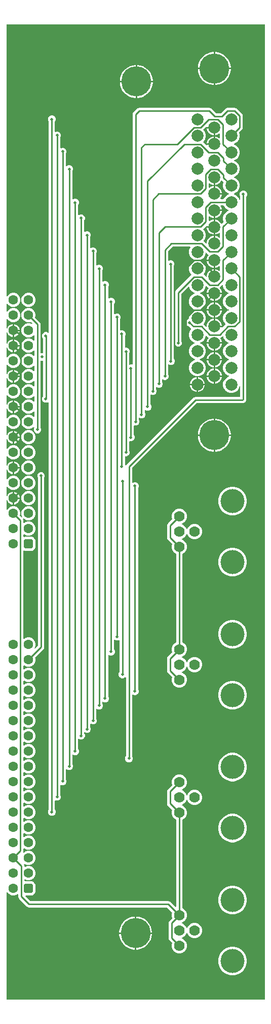
<source format=gbl>
G04*
G04 #@! TF.GenerationSoftware,Altium Limited,Altium Designer,24.3.1 (35)*
G04*
G04 Layer_Physical_Order=2*
G04 Layer_Color=16711680*
%FSLAX25Y25*%
%MOIN*%
G70*
G04*
G04 #@! TF.SameCoordinates,F9B35F18-39F2-4BAC-A9EF-380DD9FA1C01*
G04*
G04*
G04 #@! TF.FilePolarity,Positive*
G04*
G01*
G75*
%ADD10C,0.01000*%
%ADD20C,0.19685*%
%ADD21C,0.07000*%
%ADD22C,0.15748*%
%ADD23C,0.06299*%
G04:AMPARAMS|DCode=24|XSize=62.99mil|YSize=62.99mil|CornerRadius=15.75mil|HoleSize=0mil|Usage=FLASHONLY|Rotation=90.000|XOffset=0mil|YOffset=0mil|HoleType=Round|Shape=RoundedRectangle|*
%AMROUNDEDRECTD24*
21,1,0.06299,0.03150,0,0,90.0*
21,1,0.03150,0.06299,0,0,90.0*
1,1,0.03150,0.01575,0.01575*
1,1,0.03150,0.01575,-0.01575*
1,1,0.03150,-0.01575,-0.01575*
1,1,0.03150,-0.01575,0.01575*
%
%ADD24ROUNDEDRECTD24*%
%ADD25C,0.07874*%
%ADD26C,0.01968*%
G36*
X171977Y2039D02*
X2039D01*
Y72427D01*
X2539Y72561D01*
X2779Y72145D01*
X3645Y71279D01*
X4705Y70667D01*
X5888Y70350D01*
X7112D01*
X8295Y70667D01*
X9311Y71254D01*
X9629Y71166D01*
X9811Y71090D01*
Y69646D01*
X9966Y68865D01*
X10408Y68204D01*
X15487Y63125D01*
X16149Y62683D01*
X16929Y62528D01*
X107699D01*
X111095Y59131D01*
X110787Y57981D01*
Y56665D01*
X111095Y55515D01*
X109345Y53765D01*
X108903Y53103D01*
X108748Y52323D01*
Y42323D01*
X108903Y41543D01*
X109345Y40881D01*
X111095Y39131D01*
X110787Y37981D01*
Y36665D01*
X111128Y35393D01*
X111786Y34253D01*
X112717Y33322D01*
X113857Y32664D01*
X115129Y32323D01*
X116446D01*
X117717Y32664D01*
X118858Y33322D01*
X119788Y34253D01*
X120447Y35393D01*
X120787Y36665D01*
Y37981D01*
X120447Y39253D01*
X119788Y40393D01*
X118858Y41324D01*
X117717Y41982D01*
X117379Y42073D01*
Y42573D01*
X117717Y42664D01*
X118858Y43322D01*
X119788Y44253D01*
X120447Y45393D01*
X120537Y45732D01*
X121037D01*
X121128Y45393D01*
X121786Y44253D01*
X122717Y43322D01*
X123857Y42664D01*
X125129Y42323D01*
X126446D01*
X127717Y42664D01*
X128858Y43322D01*
X129788Y44253D01*
X130447Y45393D01*
X130787Y46665D01*
Y47981D01*
X130447Y49253D01*
X129788Y50393D01*
X128858Y51324D01*
X127717Y51982D01*
X126446Y52323D01*
X125129D01*
X123857Y51982D01*
X122717Y51324D01*
X121786Y50393D01*
X121128Y49253D01*
X121037Y48914D01*
X120537D01*
X120447Y49253D01*
X119788Y50393D01*
X118858Y51324D01*
X117717Y51982D01*
X117379Y52073D01*
Y52573D01*
X117717Y52664D01*
X118858Y53322D01*
X119788Y54253D01*
X120447Y55393D01*
X120787Y56665D01*
Y57981D01*
X120447Y59253D01*
X119788Y60393D01*
X118858Y61324D01*
X117827Y61919D01*
Y119971D01*
X118858Y120566D01*
X119788Y121497D01*
X120447Y122637D01*
X120787Y123909D01*
Y125225D01*
X120447Y126497D01*
X119788Y127637D01*
X118858Y128568D01*
X117717Y129226D01*
X117379Y129317D01*
Y129817D01*
X117717Y129908D01*
X118858Y130566D01*
X119788Y131497D01*
X120447Y132637D01*
X120537Y132976D01*
X121037D01*
X121128Y132637D01*
X121786Y131497D01*
X122717Y130566D01*
X123857Y129908D01*
X125129Y129567D01*
X126446D01*
X127717Y129908D01*
X128858Y130566D01*
X129788Y131497D01*
X130447Y132637D01*
X130787Y133909D01*
Y135225D01*
X130447Y136497D01*
X129788Y137637D01*
X128858Y138568D01*
X127717Y139226D01*
X126446Y139567D01*
X125129D01*
X123857Y139226D01*
X122717Y138568D01*
X121786Y137637D01*
X121128Y136497D01*
X121037Y136158D01*
X120537D01*
X120447Y136497D01*
X119788Y137637D01*
X118858Y138568D01*
X117717Y139226D01*
X117379Y139317D01*
Y139817D01*
X117717Y139908D01*
X118858Y140566D01*
X119788Y141497D01*
X120447Y142637D01*
X120787Y143909D01*
Y145225D01*
X120447Y146497D01*
X119788Y147637D01*
X118858Y148568D01*
X117717Y149226D01*
X116446Y149567D01*
X115129D01*
X113857Y149226D01*
X112717Y148568D01*
X111786Y147637D01*
X111128Y146497D01*
X110787Y145225D01*
Y143909D01*
X111095Y142759D01*
X108345Y140009D01*
X107903Y139347D01*
X107748Y138567D01*
Y130567D01*
X107903Y129787D01*
X108345Y129125D01*
X111095Y126375D01*
X110787Y125225D01*
Y123909D01*
X111128Y122637D01*
X111786Y121497D01*
X112717Y120566D01*
X113748Y119971D01*
Y62899D01*
X113286Y62708D01*
X109985Y66009D01*
X109324Y66451D01*
X108543Y66606D01*
X17774D01*
X14505Y69875D01*
X14739Y70348D01*
X14925Y70324D01*
X18075D01*
X18878Y70429D01*
X19625Y70739D01*
X20268Y71232D01*
X20761Y71874D01*
X21070Y72623D01*
X21176Y73425D01*
Y76575D01*
X21070Y77377D01*
X20761Y78126D01*
X20268Y78768D01*
X19625Y79261D01*
X18878Y79571D01*
X18075Y79676D01*
X14925D01*
X14390Y79606D01*
X13890Y79969D01*
Y80638D01*
X14323Y80888D01*
X14705Y80667D01*
X15888Y80350D01*
X17112D01*
X18295Y80667D01*
X19355Y81279D01*
X20221Y82145D01*
X20833Y83205D01*
X21150Y84388D01*
Y85612D01*
X20833Y86795D01*
X20221Y87855D01*
X19355Y88721D01*
X18295Y89333D01*
X17112Y89650D01*
X15888D01*
X14705Y89333D01*
X14323Y89112D01*
X13890Y89362D01*
Y89650D01*
X13734Y90430D01*
X13495Y90789D01*
X13845Y91164D01*
X14705Y90667D01*
X15888Y90350D01*
X17112D01*
X18295Y90667D01*
X19355Y91279D01*
X20221Y92145D01*
X20833Y93205D01*
X21150Y94388D01*
Y95612D01*
X20833Y96795D01*
X20221Y97855D01*
X19355Y98721D01*
X18295Y99333D01*
X17112Y99650D01*
X15888D01*
X14705Y99333D01*
X13645Y98721D01*
X13315Y98391D01*
X12927Y98709D01*
X13034Y98869D01*
X13189Y99650D01*
Y101090D01*
X13371Y101166D01*
X13689Y101254D01*
X14705Y100667D01*
X15888Y100350D01*
X17112D01*
X18295Y100667D01*
X19355Y101279D01*
X20221Y102145D01*
X20833Y103205D01*
X21150Y104388D01*
Y105612D01*
X20833Y106795D01*
X20221Y107855D01*
X19355Y108721D01*
X18295Y109333D01*
X17112Y109650D01*
X15888D01*
X14705Y109333D01*
X13689Y108746D01*
X13371Y108834D01*
X13189Y108910D01*
Y111090D01*
X13371Y111166D01*
X13689Y111254D01*
X14705Y110667D01*
X15888Y110350D01*
X17112D01*
X18295Y110667D01*
X19355Y111279D01*
X20221Y112145D01*
X20833Y113205D01*
X21150Y114388D01*
Y115612D01*
X20833Y116795D01*
X20221Y117855D01*
X19355Y118721D01*
X18295Y119333D01*
X17112Y119650D01*
X15888D01*
X14705Y119333D01*
X13689Y118746D01*
X13371Y118834D01*
X13189Y118910D01*
Y121090D01*
X13371Y121166D01*
X13689Y121254D01*
X14705Y120667D01*
X15888Y120350D01*
X17112D01*
X18295Y120667D01*
X19355Y121279D01*
X20221Y122145D01*
X20833Y123205D01*
X21150Y124388D01*
Y125612D01*
X20833Y126795D01*
X20221Y127855D01*
X19355Y128721D01*
X18295Y129333D01*
X17112Y129650D01*
X15888D01*
X14705Y129333D01*
X13689Y128746D01*
X13371Y128834D01*
X13189Y128910D01*
Y131090D01*
X13371Y131166D01*
X13689Y131254D01*
X14705Y130667D01*
X15888Y130350D01*
X17112D01*
X18295Y130667D01*
X19355Y131279D01*
X20221Y132145D01*
X20833Y133205D01*
X21150Y134388D01*
Y135612D01*
X20833Y136795D01*
X20221Y137855D01*
X19355Y138721D01*
X18295Y139333D01*
X17112Y139650D01*
X15888D01*
X14705Y139333D01*
X13689Y138746D01*
X13371Y138834D01*
X13189Y138910D01*
Y141090D01*
X13371Y141166D01*
X13689Y141254D01*
X14705Y140667D01*
X15888Y140350D01*
X17112D01*
X18295Y140667D01*
X19355Y141279D01*
X20221Y142145D01*
X20833Y143205D01*
X21150Y144388D01*
Y145612D01*
X20833Y146795D01*
X20221Y147855D01*
X19355Y148721D01*
X18295Y149333D01*
X17112Y149650D01*
X15888D01*
X14705Y149333D01*
X13689Y148746D01*
X13371Y148834D01*
X13189Y148910D01*
Y151090D01*
X13371Y151166D01*
X13689Y151254D01*
X14705Y150667D01*
X15888Y150350D01*
X17112D01*
X18295Y150667D01*
X19355Y151279D01*
X20221Y152145D01*
X20833Y153205D01*
X21150Y154388D01*
Y155612D01*
X20833Y156795D01*
X20221Y157855D01*
X19355Y158721D01*
X18295Y159333D01*
X17112Y159650D01*
X15888D01*
X14705Y159333D01*
X13689Y158746D01*
X13371Y158834D01*
X13189Y158910D01*
Y161090D01*
X13371Y161166D01*
X13689Y161254D01*
X14705Y160667D01*
X15888Y160350D01*
X17112D01*
X18295Y160667D01*
X19355Y161279D01*
X20221Y162145D01*
X20833Y163205D01*
X21150Y164388D01*
Y165612D01*
X20833Y166795D01*
X20221Y167855D01*
X19355Y168721D01*
X18295Y169333D01*
X17112Y169650D01*
X15888D01*
X14705Y169333D01*
X13689Y168746D01*
X13371Y168834D01*
X13189Y168910D01*
Y171090D01*
X13371Y171166D01*
X13689Y171254D01*
X14705Y170667D01*
X15888Y170350D01*
X17112D01*
X18295Y170667D01*
X19355Y171279D01*
X20221Y172145D01*
X20833Y173205D01*
X21150Y174388D01*
Y175612D01*
X20833Y176795D01*
X20221Y177855D01*
X19355Y178721D01*
X18295Y179333D01*
X17112Y179650D01*
X15888D01*
X14705Y179333D01*
X13689Y178746D01*
X13371Y178834D01*
X13189Y178910D01*
Y181090D01*
X13371Y181166D01*
X13689Y181254D01*
X14705Y180667D01*
X15888Y180350D01*
X17112D01*
X18295Y180667D01*
X19355Y181279D01*
X20221Y182145D01*
X20833Y183205D01*
X21150Y184388D01*
Y185612D01*
X20833Y186795D01*
X20221Y187855D01*
X19355Y188721D01*
X18295Y189333D01*
X17112Y189650D01*
X15888D01*
X14705Y189333D01*
X13689Y188746D01*
X13371Y188834D01*
X13189Y188910D01*
Y191090D01*
X13371Y191166D01*
X13689Y191254D01*
X14705Y190667D01*
X15888Y190350D01*
X17112D01*
X18295Y190667D01*
X19355Y191279D01*
X20221Y192145D01*
X20833Y193205D01*
X21150Y194388D01*
Y195612D01*
X20833Y196795D01*
X20221Y197855D01*
X19355Y198721D01*
X18295Y199333D01*
X17112Y199650D01*
X15888D01*
X14705Y199333D01*
X13689Y198746D01*
X13371Y198834D01*
X13189Y198910D01*
Y201090D01*
X13371Y201166D01*
X13689Y201254D01*
X14705Y200667D01*
X15888Y200350D01*
X17112D01*
X18295Y200667D01*
X19355Y201279D01*
X20221Y202145D01*
X20833Y203205D01*
X21150Y204388D01*
Y205612D01*
X20833Y206795D01*
X20221Y207855D01*
X19355Y208721D01*
X18295Y209333D01*
X17112Y209650D01*
X15888D01*
X14705Y209333D01*
X13689Y208746D01*
X13371Y208834D01*
X13189Y208910D01*
Y211090D01*
X13371Y211166D01*
X13689Y211254D01*
X14705Y210667D01*
X15888Y210350D01*
X17112D01*
X18295Y210667D01*
X19355Y211279D01*
X20221Y212145D01*
X20833Y213205D01*
X21150Y214388D01*
Y215612D01*
X20833Y216795D01*
X20221Y217855D01*
X19355Y218721D01*
X18295Y219333D01*
X17112Y219650D01*
X15888D01*
X14705Y219333D01*
X13689Y218746D01*
X13371Y218834D01*
X13189Y218910D01*
Y221090D01*
X13371Y221166D01*
X13689Y221254D01*
X14705Y220667D01*
X15888Y220350D01*
X17112D01*
X18295Y220667D01*
X19355Y221279D01*
X20221Y222145D01*
X20833Y223205D01*
X21150Y224388D01*
Y225612D01*
X20906Y226522D01*
X26245Y231861D01*
X26687Y232523D01*
X26842Y233303D01*
Y344195D01*
X26909Y344262D01*
X27287Y345175D01*
Y346163D01*
X26909Y347077D01*
X26210Y347775D01*
X25297Y348153D01*
X24309D01*
X23396Y347775D01*
X22697Y347077D01*
X22319Y346163D01*
Y345175D01*
X22697Y344262D01*
X22764Y344195D01*
Y234148D01*
X20848Y232232D01*
X20448Y232539D01*
X20833Y233205D01*
X21150Y234388D01*
Y235612D01*
X20833Y236795D01*
X20221Y237855D01*
X19355Y238721D01*
X18295Y239333D01*
X17112Y239650D01*
X15888D01*
X14705Y239333D01*
X13689Y238746D01*
X13371Y238834D01*
X13189Y238910D01*
Y296275D01*
X13689Y296609D01*
X14122Y296430D01*
X14925Y296324D01*
X18075D01*
X18878Y296430D01*
X19625Y296739D01*
X20268Y297232D01*
X20761Y297874D01*
X21070Y298622D01*
X21176Y299425D01*
Y302575D01*
X21070Y303378D01*
X20761Y304125D01*
X20268Y304768D01*
X19625Y305261D01*
X18878Y305570D01*
X18075Y305676D01*
X14925D01*
X14122Y305570D01*
X13689Y305391D01*
X13189Y305725D01*
Y307090D01*
X13371Y307166D01*
X13689Y307254D01*
X14705Y306667D01*
X15888Y306350D01*
X17112D01*
X18295Y306667D01*
X19355Y307279D01*
X20221Y308145D01*
X20833Y309205D01*
X21150Y310388D01*
Y311612D01*
X20833Y312795D01*
X20221Y313855D01*
X19355Y314721D01*
X18295Y315333D01*
X17112Y315650D01*
X15888D01*
X14705Y315333D01*
X13689Y314746D01*
X13371Y314834D01*
X13189Y314910D01*
Y316350D01*
X13034Y317131D01*
X12927Y317291D01*
X13315Y317609D01*
X13645Y317279D01*
X14705Y316667D01*
X15888Y316350D01*
X17112D01*
X18295Y316667D01*
X19355Y317279D01*
X20221Y318145D01*
X20833Y319205D01*
X21150Y320388D01*
Y321612D01*
X20833Y322795D01*
X20221Y323855D01*
X19355Y324721D01*
X18295Y325333D01*
X17112Y325650D01*
X15888D01*
X14705Y325333D01*
X13645Y324721D01*
X12779Y323855D01*
X12167Y322795D01*
X11850Y321612D01*
Y320388D01*
X12167Y319205D01*
X12552Y318539D01*
X12152Y318232D01*
X10906Y319478D01*
X11150Y320388D01*
Y321612D01*
X10833Y322795D01*
X10221Y323855D01*
X9355Y324721D01*
X8295Y325333D01*
X7112Y325650D01*
X5888D01*
X4705Y325333D01*
X3645Y324721D01*
X2779Y323855D01*
X2539Y323439D01*
X2039Y323573D01*
Y329683D01*
X2539Y329749D01*
X2633Y329398D01*
X3179Y328452D01*
X3952Y327679D01*
X4898Y327133D01*
X5954Y326850D01*
X6000D01*
Y331000D01*
Y335150D01*
X5954D01*
X4898Y334867D01*
X3952Y334320D01*
X3179Y333548D01*
X2633Y332602D01*
X2539Y332251D01*
X2039Y332317D01*
Y338427D01*
X2539Y338561D01*
X2779Y338145D01*
X3645Y337279D01*
X4705Y336667D01*
X5888Y336350D01*
X7112D01*
X8295Y336667D01*
X9355Y337279D01*
X10221Y338145D01*
X10833Y339205D01*
X11150Y340388D01*
Y341612D01*
X10833Y342795D01*
X10221Y343855D01*
X9355Y344721D01*
X8295Y345333D01*
X7112Y345650D01*
X5888D01*
X4705Y345333D01*
X3645Y344721D01*
X2779Y343855D01*
X2539Y343439D01*
X2039Y343573D01*
Y349683D01*
X2539Y349749D01*
X2633Y349398D01*
X3179Y348452D01*
X3952Y347679D01*
X4898Y347133D01*
X5954Y346850D01*
X6000D01*
Y351000D01*
Y355150D01*
X5954D01*
X4898Y354867D01*
X3952Y354321D01*
X3179Y353548D01*
X2633Y352602D01*
X2539Y352251D01*
X2039Y352317D01*
Y358427D01*
X2539Y358561D01*
X2779Y358145D01*
X3645Y357279D01*
X4705Y356667D01*
X5888Y356350D01*
X7112D01*
X8295Y356667D01*
X9355Y357279D01*
X10221Y358145D01*
X10833Y359205D01*
X11150Y360388D01*
Y361612D01*
X10833Y362795D01*
X10221Y363855D01*
X9355Y364721D01*
X8295Y365333D01*
X7112Y365650D01*
X5888D01*
X4705Y365333D01*
X3645Y364721D01*
X2779Y363855D01*
X2539Y363439D01*
X2039Y363573D01*
Y369683D01*
X2539Y369749D01*
X2633Y369398D01*
X3179Y368452D01*
X3952Y367680D01*
X4898Y367133D01*
X5954Y366850D01*
X6000D01*
Y371000D01*
Y375150D01*
X5954D01*
X4898Y374867D01*
X3952Y374321D01*
X3179Y373548D01*
X2633Y372602D01*
X2539Y372251D01*
X2039Y372317D01*
Y378427D01*
X2539Y378561D01*
X2779Y378145D01*
X3645Y377279D01*
X4705Y376667D01*
X5888Y376350D01*
X7112D01*
X8295Y376667D01*
X9355Y377279D01*
X10221Y378145D01*
X10833Y379205D01*
X11150Y380388D01*
Y381612D01*
X10833Y382795D01*
X10221Y383855D01*
X9355Y384721D01*
X8295Y385333D01*
X7112Y385650D01*
X5888D01*
X4705Y385333D01*
X3645Y384721D01*
X2779Y383855D01*
X2539Y383439D01*
X2039Y383573D01*
Y389683D01*
X2539Y389749D01*
X2633Y389398D01*
X3179Y388452D01*
X3952Y387680D01*
X4898Y387133D01*
X5954Y386850D01*
X6000D01*
Y391000D01*
Y395150D01*
X5954D01*
X4898Y394867D01*
X3952Y394321D01*
X3179Y393548D01*
X2633Y392602D01*
X2539Y392251D01*
X2039Y392317D01*
Y398427D01*
X2539Y398561D01*
X2779Y398145D01*
X3645Y397279D01*
X4705Y396667D01*
X5888Y396350D01*
X7112D01*
X8295Y396667D01*
X9355Y397279D01*
X10221Y398145D01*
X10833Y399205D01*
X11150Y400388D01*
Y401612D01*
X10833Y402795D01*
X10221Y403855D01*
X9355Y404721D01*
X8295Y405333D01*
X7112Y405650D01*
X5888D01*
X4705Y405333D01*
X3645Y404721D01*
X2779Y403855D01*
X2539Y403439D01*
X2039Y403573D01*
Y409683D01*
X2539Y409749D01*
X2633Y409398D01*
X3179Y408452D01*
X3952Y407680D01*
X4898Y407133D01*
X5954Y406850D01*
X6000D01*
Y411000D01*
Y415150D01*
X5954D01*
X4898Y414867D01*
X3952Y414321D01*
X3179Y413548D01*
X2633Y412602D01*
X2539Y412251D01*
X2039Y412317D01*
Y418427D01*
X2539Y418561D01*
X2779Y418145D01*
X3645Y417279D01*
X4705Y416667D01*
X5888Y416350D01*
X7112D01*
X8295Y416667D01*
X9355Y417279D01*
X10221Y418145D01*
X10833Y419205D01*
X11150Y420388D01*
Y421612D01*
X10833Y422795D01*
X10221Y423855D01*
X9355Y424721D01*
X8295Y425333D01*
X7112Y425650D01*
X5888D01*
X4705Y425333D01*
X3645Y424721D01*
X2779Y423855D01*
X2539Y423439D01*
X2039Y423573D01*
Y429683D01*
X2539Y429749D01*
X2633Y429398D01*
X3179Y428452D01*
X3952Y427679D01*
X4898Y427133D01*
X5954Y426850D01*
X6000D01*
Y431000D01*
Y435150D01*
X5954D01*
X4898Y434867D01*
X3952Y434320D01*
X3179Y433548D01*
X2633Y432602D01*
X2539Y432251D01*
X2039Y432317D01*
Y439683D01*
X2539Y439749D01*
X2633Y439398D01*
X3179Y438452D01*
X3952Y437679D01*
X4898Y437133D01*
X5954Y436850D01*
X6000D01*
Y441000D01*
Y445150D01*
X5954D01*
X4898Y444867D01*
X3952Y444320D01*
X3179Y443548D01*
X2633Y442602D01*
X2539Y442251D01*
X2039Y442317D01*
Y448427D01*
X2539Y448561D01*
X2779Y448145D01*
X3645Y447279D01*
X4705Y446667D01*
X5888Y446350D01*
X7112D01*
X8295Y446667D01*
X9355Y447279D01*
X10221Y448145D01*
X10833Y449205D01*
X11150Y450388D01*
Y451612D01*
X10833Y452795D01*
X10221Y453855D01*
X9355Y454721D01*
X8295Y455333D01*
X7112Y455650D01*
X5888D01*
X4705Y455333D01*
X3645Y454721D01*
X2779Y453855D01*
X2539Y453439D01*
X2039Y453573D01*
Y458427D01*
X2539Y458561D01*
X2779Y458145D01*
X3645Y457279D01*
X4705Y456667D01*
X5888Y456350D01*
X7112D01*
X8295Y456667D01*
X9355Y457279D01*
X10221Y458145D01*
X10833Y459205D01*
X11150Y460388D01*
Y461612D01*
X10833Y462795D01*
X10221Y463855D01*
X9355Y464721D01*
X8295Y465333D01*
X7112Y465650D01*
X5888D01*
X4705Y465333D01*
X3645Y464721D01*
X2779Y463855D01*
X2539Y463439D01*
X2039Y463573D01*
Y641662D01*
X171977D01*
Y2039D01*
D02*
G37*
%LPC*%
G36*
X139672Y623638D02*
X139319D01*
Y613295D01*
X149661D01*
Y613649D01*
X149394Y615334D01*
X148867Y616957D01*
X148092Y618478D01*
X147089Y619859D01*
X145882Y621066D01*
X144502Y622069D01*
X142981Y622843D01*
X141358Y623371D01*
X139672Y623638D01*
D02*
G37*
G36*
X138319D02*
X137966D01*
X136280Y623371D01*
X134657Y622843D01*
X133136Y622069D01*
X131755Y621066D01*
X130549Y619859D01*
X129545Y618478D01*
X128771Y616957D01*
X128243Y615334D01*
X127976Y613649D01*
Y613295D01*
X138319D01*
Y623638D01*
D02*
G37*
G36*
X88361Y615067D02*
X88008D01*
Y604724D01*
X98350D01*
Y605078D01*
X98083Y606763D01*
X97556Y608387D01*
X96781Y609907D01*
X95778Y611288D01*
X94571Y612495D01*
X93191Y613498D01*
X91670Y614273D01*
X90047Y614800D01*
X88361Y615067D01*
D02*
G37*
G36*
X87008D02*
X86655D01*
X84969Y614800D01*
X83346Y614273D01*
X81825Y613498D01*
X80444Y612495D01*
X79238Y611288D01*
X78234Y609907D01*
X77460Y608387D01*
X76932Y606763D01*
X76665Y605078D01*
Y604724D01*
X87008D01*
Y615067D01*
D02*
G37*
G36*
X149661Y612295D02*
X139319D01*
Y601953D01*
X139672D01*
X141358Y602220D01*
X142981Y602747D01*
X144502Y603522D01*
X145882Y604525D01*
X147089Y605732D01*
X148092Y607113D01*
X148867Y608633D01*
X149394Y610256D01*
X149661Y611942D01*
Y612295D01*
D02*
G37*
G36*
X138319D02*
X127976D01*
Y611942D01*
X128243Y610256D01*
X128771Y608633D01*
X129545Y607113D01*
X130549Y605732D01*
X131755Y604525D01*
X133136Y603522D01*
X134657Y602747D01*
X136280Y602220D01*
X137966Y601953D01*
X138319D01*
Y612295D01*
D02*
G37*
G36*
X98350Y603724D02*
X88008D01*
Y593382D01*
X88361D01*
X90047Y593649D01*
X91670Y594176D01*
X93191Y594951D01*
X94571Y595954D01*
X95778Y597161D01*
X96781Y598542D01*
X97556Y600062D01*
X98083Y601685D01*
X98350Y603371D01*
Y603724D01*
D02*
G37*
G36*
X87008D02*
X76665D01*
Y603371D01*
X76932Y601685D01*
X77460Y600062D01*
X78234Y598542D01*
X79238Y597161D01*
X80444Y595954D01*
X81825Y594951D01*
X83346Y594176D01*
X84969Y593649D01*
X86655Y593382D01*
X87008D01*
Y603724D01*
D02*
G37*
G36*
X152252Y587004D02*
X147417D01*
X146637Y586848D01*
X145975Y586407D01*
X143061Y583492D01*
X139916D01*
X137001Y586407D01*
X136339Y586848D01*
X135559Y587004D01*
X89295D01*
X88515Y586848D01*
X87853Y586407D01*
X85566Y584119D01*
X85124Y583458D01*
X84969Y582677D01*
Y418821D01*
X84553Y418543D01*
X84352Y418626D01*
X83364D01*
X83164Y418543D01*
X82748Y418821D01*
Y425691D01*
X82815Y425758D01*
X83193Y426671D01*
Y427660D01*
X82815Y428573D01*
X82116Y429271D01*
X81203Y429650D01*
X80215D01*
X79992Y429798D01*
Y437109D01*
X80059Y437176D01*
X80437Y438089D01*
Y439077D01*
X80059Y439990D01*
X79360Y440689D01*
X78447Y441067D01*
X77459D01*
X77258Y440984D01*
X76842Y441262D01*
Y448132D01*
X76909Y448199D01*
X77287Y449112D01*
Y450101D01*
X76909Y451014D01*
X76210Y451712D01*
X75297Y452091D01*
X74309D01*
X73396Y451712D01*
X73367Y451684D01*
X72905Y451875D01*
Y458368D01*
X72972Y458435D01*
X73350Y459348D01*
Y460337D01*
X72972Y461250D01*
X72273Y461949D01*
X71360Y462327D01*
X70372D01*
X69459Y461949D01*
X69430Y461920D01*
X68968Y462111D01*
Y469392D01*
X69035Y469459D01*
X69413Y470372D01*
Y471360D01*
X69035Y472273D01*
X68336Y472972D01*
X67423Y473350D01*
X66435D01*
X65522Y472972D01*
X65493Y472943D01*
X65031Y473135D01*
Y480022D01*
X65098Y480089D01*
X65476Y481002D01*
Y481990D01*
X65098Y482903D01*
X64399Y483602D01*
X63486Y483980D01*
X62498D01*
X61585Y483602D01*
X61556Y483573D01*
X61094Y483765D01*
Y491439D01*
X61161Y491506D01*
X61539Y492419D01*
Y493407D01*
X61161Y494321D01*
X60462Y495019D01*
X59549Y495398D01*
X58561D01*
X57648Y495019D01*
X57619Y494991D01*
X57157Y495182D01*
Y502069D01*
X57224Y502136D01*
X57602Y503049D01*
Y504038D01*
X57224Y504951D01*
X56525Y505649D01*
X55612Y506028D01*
X54624D01*
X53711Y505649D01*
X53682Y505621D01*
X53220Y505812D01*
Y513093D01*
X53287Y513160D01*
X53665Y514073D01*
Y515061D01*
X53287Y515974D01*
X52588Y516673D01*
X51675Y517051D01*
X50687D01*
X49774Y516673D01*
X49745Y516644D01*
X49283Y516836D01*
Y523329D01*
X49350Y523396D01*
X49728Y524309D01*
Y525297D01*
X49350Y526210D01*
X48651Y526909D01*
X47738Y527287D01*
X46750D01*
X45837Y526909D01*
X45808Y526881D01*
X45346Y527072D01*
Y545376D01*
X45413Y545443D01*
X45791Y546356D01*
Y547344D01*
X45413Y548258D01*
X44714Y548956D01*
X43801Y549335D01*
X42813D01*
X41900Y548956D01*
X41516Y548572D01*
X41016Y548779D01*
Y556794D01*
X41082Y556860D01*
X41461Y557774D01*
Y558762D01*
X41082Y559675D01*
X40384Y560374D01*
X39470Y560752D01*
X38482D01*
X37972Y560541D01*
X37472Y560875D01*
Y567424D01*
X37539Y567490D01*
X37917Y568403D01*
Y569392D01*
X37539Y570305D01*
X36840Y571004D01*
X35927Y571382D01*
X34939D01*
X34429Y571171D01*
X33929Y571505D01*
Y578054D01*
X33996Y578120D01*
X34374Y579033D01*
Y580022D01*
X33996Y580935D01*
X33297Y581634D01*
X32384Y582012D01*
X31396D01*
X30483Y581634D01*
X29784Y580935D01*
X29406Y580022D01*
Y579033D01*
X29784Y578120D01*
X29851Y578054D01*
Y439670D01*
X29389Y439479D01*
X29360Y439508D01*
X28447Y439886D01*
X27459D01*
X26546Y439508D01*
X25847Y438809D01*
X25469Y437896D01*
Y436907D01*
X25847Y435994D01*
X26036Y435806D01*
Y426106D01*
X25096D01*
X24896Y426023D01*
X24480Y426301D01*
Y445059D01*
X24325Y445839D01*
X23883Y446501D01*
X20906Y449478D01*
X21150Y450388D01*
Y451612D01*
X20833Y452795D01*
X20221Y453855D01*
X19355Y454721D01*
X18295Y455333D01*
X17112Y455650D01*
X15888D01*
X14705Y455333D01*
X13645Y454721D01*
X12779Y453855D01*
X12167Y452795D01*
X11850Y451612D01*
Y450388D01*
X12167Y449205D01*
X12779Y448145D01*
X13645Y447279D01*
X14705Y446667D01*
X15888Y446350D01*
X17112D01*
X18022Y446594D01*
X19268Y445348D01*
X18961Y444948D01*
X18295Y445333D01*
X17112Y445650D01*
X15888D01*
X14705Y445333D01*
X13645Y444721D01*
X12779Y443855D01*
X12167Y442795D01*
X11850Y441612D01*
Y440388D01*
X12167Y439205D01*
X12779Y438145D01*
X13645Y437279D01*
X14705Y436667D01*
X15888Y436350D01*
X17112D01*
X18295Y436667D01*
X19355Y437279D01*
X19902Y437826D01*
X20402Y437619D01*
Y434381D01*
X19902Y434174D01*
X19355Y434721D01*
X18295Y435333D01*
X17112Y435650D01*
X15888D01*
X14705Y435333D01*
X13645Y434721D01*
X12779Y433855D01*
X12167Y432795D01*
X11850Y431612D01*
Y430388D01*
X12167Y429205D01*
X12779Y428145D01*
X13645Y427279D01*
X14705Y426667D01*
X15888Y426350D01*
X17112D01*
X18295Y426667D01*
X19355Y427279D01*
X19902Y427826D01*
X20402Y427619D01*
Y424381D01*
X19902Y424174D01*
X19355Y424721D01*
X18295Y425333D01*
X17112Y425650D01*
X15888D01*
X14705Y425333D01*
X13645Y424721D01*
X12779Y423855D01*
X12167Y422795D01*
X11850Y421612D01*
Y420388D01*
X12167Y419205D01*
X12779Y418145D01*
X13645Y417279D01*
X14705Y416667D01*
X15888Y416350D01*
X17112D01*
X18295Y416667D01*
X19355Y417279D01*
X19902Y417826D01*
X20402Y417619D01*
Y414381D01*
X19902Y414174D01*
X19355Y414721D01*
X18295Y415333D01*
X17112Y415650D01*
X15888D01*
X14705Y415333D01*
X13645Y414721D01*
X12779Y413855D01*
X12167Y412795D01*
X11850Y411612D01*
Y410388D01*
X12167Y409205D01*
X12779Y408145D01*
X13645Y407279D01*
X14705Y406667D01*
X15888Y406350D01*
X17112D01*
X18295Y406667D01*
X19355Y407279D01*
X19902Y407826D01*
X20402Y407619D01*
Y404381D01*
X19902Y404174D01*
X19355Y404721D01*
X18295Y405333D01*
X17112Y405650D01*
X15888D01*
X14705Y405333D01*
X13645Y404721D01*
X12779Y403855D01*
X12167Y402795D01*
X11850Y401612D01*
Y400388D01*
X12167Y399205D01*
X12779Y398145D01*
X13645Y397279D01*
X14705Y396667D01*
X15888Y396350D01*
X17112D01*
X18295Y396667D01*
X19355Y397279D01*
X19902Y397826D01*
X20402Y397619D01*
Y394381D01*
X19902Y394174D01*
X19355Y394721D01*
X18295Y395333D01*
X17112Y395650D01*
X15888D01*
X14705Y395333D01*
X13645Y394721D01*
X12779Y393855D01*
X12167Y392795D01*
X11850Y391612D01*
Y390388D01*
X12167Y389205D01*
X12779Y388145D01*
X13645Y387279D01*
X14705Y386667D01*
X15888Y386350D01*
X17112D01*
X18295Y386667D01*
X19355Y387279D01*
X19902Y387826D01*
X20402Y387619D01*
Y384381D01*
X19902Y384174D01*
X19355Y384721D01*
X18295Y385333D01*
X17112Y385650D01*
X15888D01*
X14705Y385333D01*
X13645Y384721D01*
X12779Y383855D01*
X12167Y382795D01*
X11850Y381612D01*
Y380388D01*
X12167Y379205D01*
X12779Y378145D01*
X13645Y377279D01*
X14705Y376667D01*
X15888Y376350D01*
X17112D01*
X18295Y376667D01*
X19355Y377279D01*
X19608Y377532D01*
X20259Y377483D01*
X20335Y377391D01*
X19957Y376478D01*
Y375490D01*
X20335Y374577D01*
X21034Y373878D01*
X21947Y373500D01*
X22935D01*
X23848Y373878D01*
X24547Y374577D01*
X24925Y375490D01*
Y376478D01*
X24547Y377392D01*
X24480Y377458D01*
Y420943D01*
X24896Y421221D01*
X25096Y421138D01*
X26036D01*
Y397659D01*
X25847Y397470D01*
X25469Y396557D01*
Y395569D01*
X25847Y394656D01*
X26546Y393957D01*
X27459Y393579D01*
X28447D01*
X29360Y393957D01*
X29389Y393986D01*
X29851Y393794D01*
Y126671D01*
X29784Y126604D01*
X29406Y125691D01*
Y124703D01*
X29784Y123790D01*
X30483Y123091D01*
X31396Y122713D01*
X32384D01*
X33297Y123091D01*
X33996Y123790D01*
X34374Y124703D01*
Y125691D01*
X33996Y126604D01*
X33929Y126671D01*
Y132432D01*
X34429Y132766D01*
X34939Y132555D01*
X35927D01*
X36840Y132933D01*
X37539Y133632D01*
X37917Y134545D01*
Y135533D01*
X37539Y136447D01*
X37472Y136513D01*
Y142668D01*
X37972Y143003D01*
X38482Y142791D01*
X39470D01*
X40384Y143169D01*
X41082Y143868D01*
X41461Y144781D01*
Y145770D01*
X41082Y146683D01*
X41016Y146750D01*
Y153189D01*
X41516Y153396D01*
X41900Y153012D01*
X42813Y152634D01*
X43801D01*
X44714Y153012D01*
X45413Y153711D01*
X45791Y154624D01*
Y155612D01*
X45413Y156525D01*
X45346Y156592D01*
Y162692D01*
X45808Y162883D01*
X45837Y162855D01*
X46750Y162476D01*
X47738D01*
X48651Y162855D01*
X49350Y163553D01*
X49728Y164467D01*
Y165455D01*
X49350Y166368D01*
X49283Y166435D01*
Y172928D01*
X49745Y173119D01*
X49774Y173091D01*
X50687Y172713D01*
X51675D01*
X52588Y173091D01*
X53287Y173790D01*
X53665Y174703D01*
Y175691D01*
X53287Y176604D01*
X53220Y176671D01*
Y177259D01*
X53682Y177450D01*
X53711Y177421D01*
X54624Y177043D01*
X55612D01*
X56525Y177421D01*
X57224Y178120D01*
X57602Y179033D01*
Y180022D01*
X57224Y180935D01*
X57157Y181002D01*
Y182771D01*
X57619Y182962D01*
X57648Y182933D01*
X58561Y182555D01*
X59549D01*
X60462Y182933D01*
X61161Y183632D01*
X61539Y184545D01*
Y185533D01*
X61161Y186447D01*
X61094Y186513D01*
Y192613D01*
X61556Y192805D01*
X61585Y192776D01*
X62498Y192398D01*
X63486D01*
X64399Y192776D01*
X65098Y193475D01*
X65476Y194388D01*
Y195376D01*
X65098Y196289D01*
X65031Y196356D01*
Y197338D01*
X65493Y197529D01*
X65522Y197500D01*
X66435Y197122D01*
X67423D01*
X68336Y197500D01*
X69035Y198199D01*
X69413Y199112D01*
Y200100D01*
X69035Y201013D01*
X68968Y201080D01*
Y228046D01*
X69430Y228238D01*
X69459Y228209D01*
X70372Y227831D01*
X71360D01*
X72273Y228209D01*
X72972Y228908D01*
X73350Y229821D01*
Y230809D01*
X72972Y231722D01*
X72905Y231789D01*
Y237889D01*
X73367Y238080D01*
X73396Y238051D01*
X74309Y237673D01*
X75297D01*
X75807Y237884D01*
X76307Y237550D01*
Y216828D01*
X76240Y216761D01*
X75862Y215848D01*
Y214860D01*
X76240Y213947D01*
X76939Y213248D01*
X77852Y212870D01*
X78841D01*
X79754Y213248D01*
X80138Y213633D01*
X80638Y213425D01*
Y161710D01*
X80571Y161643D01*
X80193Y160730D01*
Y159742D01*
X80571Y158829D01*
X81270Y158130D01*
X82183Y157752D01*
X83171D01*
X84084Y158130D01*
X84783Y158829D01*
X85161Y159742D01*
Y160730D01*
X84783Y161643D01*
X84716Y161710D01*
Y202062D01*
X85178Y202253D01*
X85207Y202225D01*
X86120Y201847D01*
X87108D01*
X88021Y202225D01*
X88720Y202923D01*
X89098Y203837D01*
Y204825D01*
X88720Y205738D01*
X88653Y205805D01*
Y337502D01*
X88720Y337569D01*
X89098Y338482D01*
Y339471D01*
X88720Y340384D01*
X88021Y341082D01*
X87108Y341461D01*
X86120D01*
X85207Y341082D01*
X85178Y341054D01*
X84716Y341245D01*
Y350730D01*
X127223Y393236D01*
X157288D01*
X158069Y393392D01*
X158730Y393834D01*
X159316Y394420D01*
X159758Y395081D01*
X159913Y395861D01*
Y528841D01*
X159980Y528908D01*
X160358Y529821D01*
Y530809D01*
X159980Y531722D01*
X159281Y532421D01*
X158368Y532799D01*
X157380D01*
X156467Y532421D01*
X155768Y531722D01*
X155390Y530809D01*
Y529821D01*
X155768Y528908D01*
X155835Y528841D01*
Y526281D01*
X155335Y526215D01*
X155067Y527217D01*
X154351Y528456D01*
X153338Y529469D01*
X152099Y530185D01*
X151623Y530312D01*
Y530830D01*
X152099Y530957D01*
X153338Y531673D01*
X154351Y532685D01*
X155067Y533925D01*
X155437Y535308D01*
Y536739D01*
X155067Y538122D01*
X154351Y539362D01*
X153338Y540374D01*
X152099Y541090D01*
X151623Y541218D01*
Y541735D01*
X152099Y541863D01*
X153338Y542578D01*
X154351Y543591D01*
X155067Y544831D01*
X155437Y546213D01*
Y547645D01*
X155067Y549028D01*
X154351Y550268D01*
X153338Y551280D01*
X152099Y551996D01*
X151811Y552073D01*
Y552573D01*
X152099Y552650D01*
X153338Y553366D01*
X154351Y554378D01*
X155067Y555618D01*
X155437Y557001D01*
Y558432D01*
X155067Y559815D01*
X154351Y561055D01*
X153338Y562067D01*
X152099Y562783D01*
X151623Y562911D01*
Y563428D01*
X152099Y563556D01*
X153338Y564271D01*
X154351Y565284D01*
X155067Y566523D01*
X155437Y567906D01*
Y569338D01*
X155067Y570721D01*
X155036Y570774D01*
X156879Y572617D01*
X157321Y573279D01*
X157476Y574059D01*
Y581780D01*
X157321Y582560D01*
X156879Y583222D01*
X153694Y586407D01*
X153032Y586848D01*
X152252Y587004D01*
D02*
G37*
G36*
X17112Y465650D02*
X15888D01*
X14705Y465333D01*
X13645Y464721D01*
X12779Y463855D01*
X12167Y462795D01*
X11850Y461612D01*
Y460388D01*
X12167Y459205D01*
X12779Y458145D01*
X13645Y457279D01*
X14705Y456667D01*
X15888Y456350D01*
X17112D01*
X18295Y456667D01*
X19355Y457279D01*
X20221Y458145D01*
X20833Y459205D01*
X21150Y460388D01*
Y461612D01*
X20833Y462795D01*
X20221Y463855D01*
X19355Y464721D01*
X18295Y465333D01*
X17112Y465650D01*
D02*
G37*
G36*
X7046Y445150D02*
X7000D01*
Y441500D01*
X10650D01*
Y441546D01*
X10367Y442602D01*
X9821Y443548D01*
X9048Y444320D01*
X8102Y444867D01*
X7046Y445150D01*
D02*
G37*
G36*
X10650Y440500D02*
X7000D01*
Y436850D01*
X7046D01*
X8102Y437133D01*
X9048Y437679D01*
X9821Y438452D01*
X10367Y439398D01*
X10650Y440454D01*
Y440500D01*
D02*
G37*
G36*
X7046Y435150D02*
X7000D01*
Y431500D01*
X10650D01*
Y431546D01*
X10367Y432602D01*
X9821Y433548D01*
X9048Y434320D01*
X8102Y434867D01*
X7046Y435150D01*
D02*
G37*
G36*
X10650Y430500D02*
X7000D01*
Y426850D01*
X7046D01*
X8102Y427133D01*
X9048Y427679D01*
X9821Y428452D01*
X10367Y429398D01*
X10650Y430454D01*
Y430500D01*
D02*
G37*
G36*
X7046Y415150D02*
X7000D01*
Y411500D01*
X10650D01*
Y411546D01*
X10367Y412602D01*
X9821Y413548D01*
X9048Y414321D01*
X8102Y414867D01*
X7046Y415150D01*
D02*
G37*
G36*
X10650Y410500D02*
X7000D01*
Y406850D01*
X7046D01*
X8102Y407133D01*
X9048Y407680D01*
X9821Y408452D01*
X10367Y409398D01*
X10650Y410454D01*
Y410500D01*
D02*
G37*
G36*
X7046Y395150D02*
X7000D01*
Y391500D01*
X10650D01*
Y391546D01*
X10367Y392602D01*
X9821Y393548D01*
X9048Y394321D01*
X8102Y394867D01*
X7046Y395150D01*
D02*
G37*
G36*
X10650Y390500D02*
X7000D01*
Y386850D01*
X7046D01*
X8102Y387133D01*
X9048Y387680D01*
X9821Y388452D01*
X10367Y389398D01*
X10650Y390454D01*
Y390500D01*
D02*
G37*
G36*
X139672Y383087D02*
X139319D01*
Y372744D01*
X149661D01*
Y373097D01*
X149394Y374783D01*
X148867Y376406D01*
X148092Y377927D01*
X147089Y379308D01*
X145882Y380514D01*
X144502Y381518D01*
X142981Y382292D01*
X141358Y382820D01*
X139672Y383087D01*
D02*
G37*
G36*
X138319D02*
X137966D01*
X136280Y382820D01*
X134657Y382292D01*
X133136Y381518D01*
X131755Y380514D01*
X130549Y379308D01*
X129545Y377927D01*
X128771Y376406D01*
X128243Y374783D01*
X127976Y373097D01*
Y372744D01*
X138319D01*
Y383087D01*
D02*
G37*
G36*
X7046Y375150D02*
X7000D01*
Y371500D01*
X10650D01*
Y371546D01*
X10367Y372602D01*
X9821Y373548D01*
X9048Y374321D01*
X8102Y374867D01*
X7046Y375150D01*
D02*
G37*
G36*
X10650Y370500D02*
X7000D01*
Y366850D01*
X7046D01*
X8102Y367133D01*
X9048Y367680D01*
X9821Y368452D01*
X10367Y369398D01*
X10650Y370454D01*
Y370500D01*
D02*
G37*
G36*
X17112Y375650D02*
X15888D01*
X14705Y375333D01*
X13645Y374721D01*
X12779Y373855D01*
X12167Y372795D01*
X11850Y371612D01*
Y370388D01*
X12167Y369205D01*
X12779Y368145D01*
X13645Y367279D01*
X14705Y366667D01*
X15888Y366350D01*
X17112D01*
X18295Y366667D01*
X19355Y367279D01*
X20221Y368145D01*
X20833Y369205D01*
X21150Y370388D01*
Y371612D01*
X20833Y372795D01*
X20221Y373855D01*
X19355Y374721D01*
X18295Y375333D01*
X17112Y375650D01*
D02*
G37*
G36*
X149661Y371744D02*
X139319D01*
Y361402D01*
X139672D01*
X141358Y361669D01*
X142981Y362196D01*
X144502Y362971D01*
X145882Y363974D01*
X147089Y365181D01*
X148092Y366561D01*
X148867Y368082D01*
X149394Y369705D01*
X149661Y371391D01*
Y371744D01*
D02*
G37*
G36*
X138319D02*
X127976D01*
Y371391D01*
X128243Y369705D01*
X128771Y368082D01*
X129545Y366561D01*
X130549Y365181D01*
X131755Y363974D01*
X133136Y362971D01*
X134657Y362196D01*
X136280Y361669D01*
X137966Y361402D01*
X138319D01*
Y371744D01*
D02*
G37*
G36*
X17112Y365650D02*
X15888D01*
X14705Y365333D01*
X13645Y364721D01*
X12779Y363855D01*
X12167Y362795D01*
X11850Y361612D01*
Y360388D01*
X12167Y359205D01*
X12779Y358145D01*
X13645Y357279D01*
X14705Y356667D01*
X15888Y356350D01*
X17112D01*
X18295Y356667D01*
X19355Y357279D01*
X20221Y358145D01*
X20833Y359205D01*
X21150Y360388D01*
Y361612D01*
X20833Y362795D01*
X20221Y363855D01*
X19355Y364721D01*
X18295Y365333D01*
X17112Y365650D01*
D02*
G37*
G36*
X7046Y355150D02*
X7000D01*
Y351500D01*
X10650D01*
Y351546D01*
X10367Y352602D01*
X9821Y353548D01*
X9048Y354321D01*
X8102Y354867D01*
X7046Y355150D01*
D02*
G37*
G36*
X10650Y350500D02*
X7000D01*
Y346850D01*
X7046D01*
X8102Y347133D01*
X9048Y347679D01*
X9821Y348452D01*
X10367Y349398D01*
X10650Y350454D01*
Y350500D01*
D02*
G37*
G36*
X17112Y355650D02*
X15888D01*
X14705Y355333D01*
X13645Y354721D01*
X12779Y353855D01*
X12167Y352795D01*
X11850Y351612D01*
Y350388D01*
X12167Y349205D01*
X12779Y348145D01*
X13645Y347279D01*
X14705Y346667D01*
X15888Y346350D01*
X17112D01*
X18295Y346667D01*
X19355Y347279D01*
X20221Y348145D01*
X20833Y349205D01*
X21150Y350388D01*
Y351612D01*
X20833Y352795D01*
X20221Y353855D01*
X19355Y354721D01*
X18295Y355333D01*
X17112Y355650D01*
D02*
G37*
G36*
Y345650D02*
X15888D01*
X14705Y345333D01*
X13645Y344721D01*
X12779Y343855D01*
X12167Y342795D01*
X11850Y341612D01*
Y340388D01*
X12167Y339205D01*
X12779Y338145D01*
X13645Y337279D01*
X14705Y336667D01*
X15888Y336350D01*
X17112D01*
X18295Y336667D01*
X19355Y337279D01*
X20221Y338145D01*
X20833Y339205D01*
X21150Y340388D01*
Y341612D01*
X20833Y342795D01*
X20221Y343855D01*
X19355Y344721D01*
X18295Y345333D01*
X17112Y345650D01*
D02*
G37*
G36*
X7046Y335150D02*
X7000D01*
Y331500D01*
X10650D01*
Y331546D01*
X10367Y332602D01*
X9821Y333548D01*
X9048Y334320D01*
X8102Y334867D01*
X7046Y335150D01*
D02*
G37*
G36*
X10650Y330500D02*
X7000D01*
Y326850D01*
X7046D01*
X8102Y327133D01*
X9048Y327679D01*
X9821Y328452D01*
X10367Y329398D01*
X10650Y330454D01*
Y330500D01*
D02*
G37*
G36*
X17112Y335650D02*
X15888D01*
X14705Y335333D01*
X13645Y334721D01*
X12779Y333855D01*
X12167Y332795D01*
X11850Y331612D01*
Y330388D01*
X12167Y329205D01*
X12779Y328145D01*
X13645Y327279D01*
X14705Y326667D01*
X15888Y326350D01*
X17112D01*
X18295Y326667D01*
X19355Y327279D01*
X20221Y328145D01*
X20833Y329205D01*
X21150Y330388D01*
Y331612D01*
X20833Y332795D01*
X20221Y333855D01*
X19355Y334721D01*
X18295Y335333D01*
X17112Y335650D01*
D02*
G37*
G36*
X151711Y338429D02*
X149864D01*
X148053Y338069D01*
X146347Y337362D01*
X144812Y336336D01*
X143506Y335031D01*
X142480Y333495D01*
X141774Y331789D01*
X141413Y329978D01*
Y328132D01*
X141774Y326321D01*
X142480Y324615D01*
X143506Y323079D01*
X144812Y321774D01*
X146347Y320748D01*
X148053Y320041D01*
X149864Y319681D01*
X151711D01*
X153522Y320041D01*
X155228Y320748D01*
X156763Y321774D01*
X158069Y323079D01*
X159095Y324615D01*
X159801Y326321D01*
X160161Y328132D01*
Y329978D01*
X159801Y331789D01*
X159095Y333495D01*
X158069Y335031D01*
X156763Y336336D01*
X155228Y337362D01*
X153522Y338069D01*
X151711Y338429D01*
D02*
G37*
G36*
X116446Y324055D02*
X115129D01*
X113857Y323714D01*
X112717Y323056D01*
X111786Y322125D01*
X111128Y320985D01*
X110787Y319713D01*
Y318397D01*
X111095Y317247D01*
X108345Y314497D01*
X107903Y313836D01*
X107748Y313055D01*
Y305055D01*
X107903Y304275D01*
X108345Y303613D01*
X111095Y300863D01*
X110787Y299713D01*
Y298397D01*
X111128Y297125D01*
X111786Y295985D01*
X112717Y295054D01*
X113748Y294459D01*
Y236407D01*
X112717Y235812D01*
X111786Y234881D01*
X111128Y233741D01*
X110787Y232469D01*
Y231153D01*
X111095Y230003D01*
X108345Y227253D01*
X107903Y226591D01*
X107748Y225811D01*
Y217811D01*
X107903Y217031D01*
X108345Y216369D01*
X111095Y213619D01*
X110787Y212469D01*
Y211153D01*
X111128Y209881D01*
X111786Y208741D01*
X112717Y207810D01*
X113857Y207152D01*
X115129Y206811D01*
X116446D01*
X117717Y207152D01*
X118858Y207810D01*
X119788Y208741D01*
X120447Y209881D01*
X120787Y211153D01*
Y212469D01*
X120447Y213741D01*
X119788Y214881D01*
X118858Y215812D01*
X117717Y216470D01*
X117379Y216561D01*
Y217061D01*
X117717Y217152D01*
X118858Y217810D01*
X119788Y218741D01*
X120447Y219881D01*
X120537Y220220D01*
X121037D01*
X121128Y219881D01*
X121786Y218741D01*
X122717Y217810D01*
X123857Y217152D01*
X125129Y216811D01*
X126446D01*
X127717Y217152D01*
X128858Y217810D01*
X129788Y218741D01*
X130447Y219881D01*
X130787Y221153D01*
Y222469D01*
X130447Y223741D01*
X129788Y224881D01*
X128858Y225812D01*
X127717Y226470D01*
X126446Y226811D01*
X125129D01*
X123857Y226470D01*
X122717Y225812D01*
X121786Y224881D01*
X121128Y223741D01*
X121037Y223402D01*
X120537D01*
X120447Y223741D01*
X119788Y224881D01*
X118858Y225812D01*
X117717Y226470D01*
X117379Y226561D01*
Y227061D01*
X117717Y227152D01*
X118858Y227810D01*
X119788Y228741D01*
X120447Y229881D01*
X120787Y231153D01*
Y232469D01*
X120447Y233741D01*
X119788Y234881D01*
X118858Y235812D01*
X117827Y236407D01*
Y294459D01*
X118858Y295054D01*
X119788Y295985D01*
X120447Y297125D01*
X120787Y298397D01*
Y299713D01*
X120447Y300985D01*
X119788Y302125D01*
X118858Y303056D01*
X117717Y303714D01*
X117379Y303805D01*
Y304305D01*
X117717Y304396D01*
X118858Y305054D01*
X119788Y305985D01*
X120447Y307125D01*
X120537Y307464D01*
X121037D01*
X121128Y307125D01*
X121786Y305985D01*
X122717Y305054D01*
X123857Y304396D01*
X125129Y304055D01*
X126446D01*
X127717Y304396D01*
X128858Y305054D01*
X129788Y305985D01*
X130447Y307125D01*
X130787Y308397D01*
Y309713D01*
X130447Y310985D01*
X129788Y312125D01*
X128858Y313056D01*
X127717Y313714D01*
X126446Y314055D01*
X125129D01*
X123857Y313714D01*
X122717Y313056D01*
X121786Y312125D01*
X121128Y310985D01*
X121037Y310646D01*
X120537D01*
X120447Y310985D01*
X119788Y312125D01*
X118858Y313056D01*
X117717Y313714D01*
X117379Y313805D01*
Y314305D01*
X117717Y314396D01*
X118858Y315054D01*
X119788Y315985D01*
X120447Y317125D01*
X120787Y318397D01*
Y319713D01*
X120447Y320985D01*
X119788Y322125D01*
X118858Y323056D01*
X117717Y323714D01*
X116446Y324055D01*
D02*
G37*
G36*
X151711Y298429D02*
X149864D01*
X148053Y298069D01*
X146347Y297362D01*
X144812Y296336D01*
X143506Y295031D01*
X142480Y293495D01*
X141774Y291789D01*
X141413Y289978D01*
Y288132D01*
X141774Y286321D01*
X142480Y284615D01*
X143506Y283080D01*
X144812Y281774D01*
X146347Y280748D01*
X148053Y280041D01*
X149864Y279681D01*
X151711D01*
X153522Y280041D01*
X155228Y280748D01*
X156763Y281774D01*
X158069Y283080D01*
X159095Y284615D01*
X159801Y286321D01*
X160161Y288132D01*
Y289978D01*
X159801Y291789D01*
X159095Y293495D01*
X158069Y295031D01*
X156763Y296336D01*
X155228Y297362D01*
X153522Y298069D01*
X151711Y298429D01*
D02*
G37*
G36*
Y251185D02*
X149864D01*
X148053Y250825D01*
X146347Y250118D01*
X144812Y249092D01*
X143506Y247787D01*
X142480Y246251D01*
X141774Y244545D01*
X141413Y242734D01*
Y240888D01*
X141774Y239077D01*
X142480Y237371D01*
X143506Y235835D01*
X144812Y234530D01*
X146347Y233504D01*
X148053Y232797D01*
X149864Y232437D01*
X151711D01*
X153522Y232797D01*
X155228Y233504D01*
X156763Y234530D01*
X158069Y235835D01*
X159095Y237371D01*
X159801Y239077D01*
X160161Y240888D01*
Y242734D01*
X159801Y244545D01*
X159095Y246251D01*
X158069Y247787D01*
X156763Y249092D01*
X155228Y250118D01*
X153522Y250825D01*
X151711Y251185D01*
D02*
G37*
G36*
Y211185D02*
X149864D01*
X148053Y210825D01*
X146347Y210118D01*
X144812Y209092D01*
X143506Y207787D01*
X142480Y206251D01*
X141774Y204545D01*
X141413Y202734D01*
Y200888D01*
X141774Y199077D01*
X142480Y197371D01*
X143506Y195835D01*
X144812Y194530D01*
X146347Y193504D01*
X148053Y192797D01*
X149864Y192437D01*
X151711D01*
X153522Y192797D01*
X155228Y193504D01*
X156763Y194530D01*
X158069Y195835D01*
X159095Y197371D01*
X159801Y199077D01*
X160161Y200888D01*
Y202734D01*
X159801Y204545D01*
X159095Y206251D01*
X158069Y207787D01*
X156763Y209092D01*
X155228Y210118D01*
X153522Y210825D01*
X151711Y211185D01*
D02*
G37*
G36*
Y163941D02*
X149864D01*
X148053Y163581D01*
X146347Y162874D01*
X144812Y161848D01*
X143506Y160543D01*
X142480Y159007D01*
X141774Y157301D01*
X141413Y155490D01*
Y153644D01*
X141774Y151833D01*
X142480Y150127D01*
X143506Y148591D01*
X144812Y147286D01*
X146347Y146260D01*
X148053Y145553D01*
X149864Y145193D01*
X151711D01*
X153522Y145553D01*
X155228Y146260D01*
X156763Y147286D01*
X158069Y148591D01*
X159095Y150127D01*
X159801Y151833D01*
X160161Y153644D01*
Y155490D01*
X159801Y157301D01*
X159095Y159007D01*
X158069Y160543D01*
X156763Y161848D01*
X155228Y162874D01*
X153522Y163581D01*
X151711Y163941D01*
D02*
G37*
G36*
Y123941D02*
X149864D01*
X148053Y123581D01*
X146347Y122874D01*
X144812Y121848D01*
X143506Y120543D01*
X142480Y119007D01*
X141774Y117301D01*
X141413Y115490D01*
Y113644D01*
X141774Y111833D01*
X142480Y110127D01*
X143506Y108591D01*
X144812Y107286D01*
X146347Y106260D01*
X148053Y105553D01*
X149864Y105193D01*
X151711D01*
X153522Y105553D01*
X155228Y106260D01*
X156763Y107286D01*
X158069Y108591D01*
X159095Y110127D01*
X159801Y111833D01*
X160161Y113644D01*
Y115490D01*
X159801Y117301D01*
X159095Y119007D01*
X158069Y120543D01*
X156763Y121848D01*
X155228Y122874D01*
X153522Y123581D01*
X151711Y123941D01*
D02*
G37*
G36*
Y76697D02*
X149864D01*
X148053Y76337D01*
X146347Y75630D01*
X144812Y74604D01*
X143506Y73298D01*
X142480Y71763D01*
X141774Y70057D01*
X141413Y68246D01*
Y66400D01*
X141774Y64588D01*
X142480Y62883D01*
X143506Y61347D01*
X144812Y60042D01*
X146347Y59016D01*
X148053Y58309D01*
X149864Y57949D01*
X151711D01*
X153522Y58309D01*
X155228Y59016D01*
X156763Y60042D01*
X158069Y61347D01*
X159095Y62883D01*
X159801Y64588D01*
X160161Y66400D01*
Y68246D01*
X159801Y70057D01*
X159095Y71763D01*
X158069Y73298D01*
X156763Y74604D01*
X155228Y75630D01*
X153522Y76337D01*
X151711Y76697D01*
D02*
G37*
G36*
X87861Y56512D02*
X87508D01*
Y46169D01*
X97850D01*
Y46523D01*
X97583Y48208D01*
X97056Y49831D01*
X96281Y51352D01*
X95278Y52733D01*
X94071Y53939D01*
X92691Y54943D01*
X91170Y55717D01*
X89547Y56245D01*
X87861Y56512D01*
D02*
G37*
G36*
X86508D02*
X86155D01*
X84469Y56245D01*
X82846Y55717D01*
X81325Y54943D01*
X79944Y53939D01*
X78738Y52733D01*
X77735Y51352D01*
X76960Y49831D01*
X76432Y48208D01*
X76165Y46523D01*
Y46169D01*
X86508D01*
Y56512D01*
D02*
G37*
G36*
X97850Y45169D02*
X87508D01*
Y34827D01*
X87861D01*
X89547Y35094D01*
X91170Y35621D01*
X92691Y36396D01*
X94071Y37399D01*
X95278Y38606D01*
X96281Y39987D01*
X97056Y41507D01*
X97583Y43130D01*
X97850Y44816D01*
Y45169D01*
D02*
G37*
G36*
X86508D02*
X76165D01*
Y44816D01*
X76432Y43130D01*
X76960Y41507D01*
X77735Y39987D01*
X78738Y38606D01*
X79944Y37399D01*
X81325Y36396D01*
X82846Y35621D01*
X84469Y35094D01*
X86155Y34827D01*
X86508D01*
Y45169D01*
D02*
G37*
G36*
X151711Y36697D02*
X149864D01*
X148053Y36337D01*
X146347Y35630D01*
X144812Y34604D01*
X143506Y33298D01*
X142480Y31763D01*
X141774Y30057D01*
X141413Y28246D01*
Y26400D01*
X141774Y24588D01*
X142480Y22883D01*
X143506Y21347D01*
X144812Y20042D01*
X146347Y19016D01*
X148053Y18309D01*
X149864Y17949D01*
X151711D01*
X153522Y18309D01*
X155228Y19016D01*
X156763Y20042D01*
X158069Y21347D01*
X159095Y22883D01*
X159801Y24588D01*
X160161Y26400D01*
Y28246D01*
X159801Y30057D01*
X159095Y31763D01*
X158069Y33298D01*
X156763Y34604D01*
X155228Y35630D01*
X153522Y36337D01*
X151711Y36697D01*
D02*
G37*
%LPD*%
G36*
X133832Y574516D02*
X138819D01*
Y574016D01*
X139319D01*
Y569079D01*
X139469D01*
X140725Y569415D01*
X141850Y570065D01*
X142062Y570277D01*
X142524Y570085D01*
Y567159D01*
X142062Y566967D01*
X141850Y567179D01*
X140725Y567829D01*
X139469Y568165D01*
X139319D01*
Y563228D01*
X138819D01*
Y562728D01*
X133832D01*
X133405Y562522D01*
X131332Y564595D01*
X131329Y564624D01*
X131989Y565284D01*
X132704Y566523D01*
X133075Y567906D01*
Y569338D01*
X132704Y570721D01*
X131989Y571960D01*
X131316Y572633D01*
X133405Y574722D01*
X133832Y574516D01*
D02*
G37*
G36*
X139319Y536480D02*
X139469D01*
X140725Y536817D01*
X141850Y537467D01*
X142770Y538386D01*
X143237Y539196D01*
X143855Y539284D01*
X144964Y538175D01*
X144933Y538122D01*
X144563Y536739D01*
Y535308D01*
X144933Y533925D01*
X145649Y532685D01*
X146662Y531673D01*
X147901Y530957D01*
X148377Y530830D01*
Y530312D01*
X147901Y530185D01*
X146662Y529469D01*
X145649Y528456D01*
X144933Y527217D01*
X144929Y527201D01*
X143010D01*
X142828Y527701D01*
X143420Y528724D01*
X143756Y529980D01*
Y530130D01*
X138819D01*
Y530630D01*
X138319D01*
Y535567D01*
X138169D01*
X136913Y535230D01*
X135787Y534581D01*
X135714Y534507D01*
X135252Y534698D01*
Y537349D01*
X135714Y537540D01*
X135787Y537467D01*
X136913Y536817D01*
X138169Y536480D01*
X138319D01*
Y541417D01*
X139319D01*
Y536480D01*
D02*
G37*
G36*
X144933Y523020D02*
X145649Y521780D01*
X146662Y520767D01*
X147901Y520052D01*
X148190Y519974D01*
Y519474D01*
X147901Y519397D01*
X146662Y518681D01*
X145649Y517669D01*
X144933Y516429D01*
X144563Y515047D01*
Y513615D01*
X144933Y512232D01*
X144964Y512179D01*
X143819Y511033D01*
X143194Y511115D01*
X142770Y511850D01*
X141850Y512770D01*
X140725Y513419D01*
X139469Y513756D01*
X139319D01*
Y508819D01*
Y503882D01*
X139469D01*
X140725Y504218D01*
X141850Y504868D01*
X142062Y505080D01*
X142524Y504888D01*
Y501962D01*
X142062Y501770D01*
X141850Y501982D01*
X140725Y502632D01*
X139469Y502969D01*
X139319D01*
Y498032D01*
X138319D01*
Y502969D01*
X138169D01*
X136913Y502632D01*
X135787Y501982D01*
X134868Y501063D01*
X134218Y499937D01*
X133882Y498681D01*
Y498159D01*
X133420Y497968D01*
X131989Y499399D01*
X131904Y499456D01*
X131855Y499953D01*
X131989Y500087D01*
X132704Y501327D01*
X133075Y502709D01*
Y504141D01*
X132704Y505524D01*
X131989Y506764D01*
X131329Y507423D01*
X131332Y507452D01*
X133405Y509525D01*
X133832Y509319D01*
X138319D01*
Y513756D01*
X138169D01*
X136913Y513419D01*
X135787Y512770D01*
X135730Y512711D01*
X135267Y512903D01*
Y515640D01*
X135730Y515832D01*
X135787Y515774D01*
X136913Y515124D01*
X138169Y514787D01*
X138319D01*
Y519724D01*
X138819D01*
Y520224D01*
X143756D01*
Y520374D01*
X143420Y521630D01*
X142847Y522622D01*
X143051Y523122D01*
X144906D01*
X144933Y523020D01*
D02*
G37*
G36*
X134467Y491153D02*
X134951Y490829D01*
X135079Y490250D01*
X134868Y490039D01*
X134218Y488913D01*
X133882Y487658D01*
Y487508D01*
X138819D01*
Y487008D01*
X139319D01*
Y482071D01*
X139469D01*
X140725Y482407D01*
X141850Y483057D01*
X142062Y483269D01*
X142524Y483077D01*
Y480151D01*
X142062Y479959D01*
X141850Y480171D01*
X140725Y480821D01*
X139469Y481157D01*
X139319D01*
Y476221D01*
X138319D01*
Y481157D01*
X138169D01*
X136913Y480821D01*
X135787Y480171D01*
X134868Y479252D01*
X134218Y478126D01*
X133882Y476870D01*
Y476348D01*
X133420Y476157D01*
X131989Y477588D01*
X131904Y477645D01*
X131855Y478142D01*
X131989Y478276D01*
X132704Y479516D01*
X133075Y480898D01*
Y482330D01*
X132704Y483713D01*
X131989Y484953D01*
X130976Y485965D01*
X129736Y486681D01*
X129261Y486808D01*
Y487326D01*
X129736Y487453D01*
X130976Y488169D01*
X131989Y489181D01*
X132704Y490421D01*
X133075Y491804D01*
Y491892D01*
X133537Y492083D01*
X134467Y491153D01*
D02*
G37*
G36*
X144563Y470738D02*
Y469993D01*
X144933Y468610D01*
X145649Y467370D01*
X146662Y466358D01*
X147901Y465642D01*
X148190Y465565D01*
Y465065D01*
X147901Y464988D01*
X146662Y464272D01*
X145649Y463260D01*
X144933Y462020D01*
X144563Y460637D01*
Y459205D01*
X144933Y457823D01*
X145649Y456583D01*
X146662Y455571D01*
X147901Y454855D01*
X148377Y454727D01*
Y454210D01*
X147901Y454082D01*
X146662Y453366D01*
X145649Y452354D01*
X144933Y451114D01*
X144563Y449731D01*
Y448300D01*
X144933Y446917D01*
X145649Y445677D01*
X146309Y445018D01*
X146306Y444989D01*
X144233Y442916D01*
X143806Y443122D01*
X138819D01*
Y443622D01*
X138319D01*
Y448559D01*
X138169D01*
X136913Y448223D01*
X135787Y447573D01*
X134868Y446653D01*
X134218Y445528D01*
X133882Y444272D01*
Y443698D01*
X133420Y443507D01*
X131938Y444989D01*
X131883Y445026D01*
X131834Y445523D01*
X131989Y445677D01*
X132704Y446917D01*
X133075Y448300D01*
Y449731D01*
X132704Y451114D01*
X131989Y452354D01*
X130976Y453366D01*
X129736Y454082D01*
X129261Y454210D01*
Y454727D01*
X129736Y454855D01*
X130976Y455571D01*
X131989Y456583D01*
X132704Y457823D01*
X133075Y459205D01*
Y460637D01*
X132704Y462020D01*
X131989Y463260D01*
X130976Y464272D01*
X129736Y464988D01*
X129448Y465065D01*
Y465565D01*
X129736Y465642D01*
X130976Y466358D01*
X131989Y467370D01*
X132704Y468610D01*
X133075Y469993D01*
Y470081D01*
X133537Y470272D01*
X134467Y469342D01*
X134880Y469066D01*
X134980Y468458D01*
X134868Y468346D01*
X134218Y467221D01*
X133882Y465965D01*
Y465815D01*
X138819D01*
X143756D01*
Y465965D01*
X143420Y467221D01*
X142770Y468346D01*
X142349Y468767D01*
X142398Y469265D01*
X142513Y469342D01*
X144101Y470930D01*
X144563Y470738D01*
D02*
G37*
G36*
X123033Y495417D02*
X122571Y494618D01*
X122201Y493235D01*
Y491804D01*
X122571Y490421D01*
X123287Y489181D01*
X124299Y488169D01*
X125539Y487453D01*
X126015Y487326D01*
Y486808D01*
X125539Y486681D01*
X124299Y485965D01*
X123287Y484953D01*
X122571Y483713D01*
X122201Y482330D01*
Y480898D01*
X122571Y479516D01*
X123287Y478276D01*
X123947Y477616D01*
X123944Y477588D01*
X113519Y467163D01*
X113077Y466501D01*
X112922Y465721D01*
Y434351D01*
X112775Y434209D01*
X112275Y434420D01*
Y483258D01*
X112601Y484045D01*
Y485034D01*
X112223Y485947D01*
X111524Y486646D01*
X110611Y487024D01*
X109623D01*
X108838Y486699D01*
X108338Y486927D01*
Y492856D01*
X111400Y495918D01*
X122744D01*
X123033Y495417D01*
D02*
G37*
G36*
X122333Y469501D02*
X122571Y468610D01*
X123287Y467370D01*
X124299Y466358D01*
X125539Y465642D01*
X125827Y465565D01*
Y465065D01*
X125539Y464988D01*
X124299Y464272D01*
X123287Y463260D01*
X122571Y462020D01*
X122201Y460637D01*
Y459205D01*
X122571Y457823D01*
X123287Y456583D01*
X124299Y455571D01*
X125539Y454855D01*
X126015Y454727D01*
Y454210D01*
X125539Y454082D01*
X124299Y453366D01*
X123287Y452354D01*
X122571Y451114D01*
X122201Y449731D01*
Y448547D01*
X122011D01*
X121098Y448169D01*
X120399Y447470D01*
X120021Y446557D01*
Y445569D01*
X120399Y444656D01*
X121098Y443957D01*
X122011Y443579D01*
X122106D01*
X123579Y442105D01*
X123612Y441773D01*
X123287Y441449D01*
X122571Y440209D01*
X122201Y438826D01*
Y437394D01*
X122571Y436012D01*
X123287Y434772D01*
X124299Y433759D01*
X125539Y433044D01*
X125827Y432967D01*
Y432467D01*
X125539Y432389D01*
X124299Y431673D01*
X123287Y430661D01*
X122571Y429421D01*
X122201Y428039D01*
Y426607D01*
X122571Y425224D01*
X123287Y423984D01*
X124299Y422972D01*
X125539Y422256D01*
X126015Y422129D01*
Y421611D01*
X125539Y421484D01*
X124299Y420768D01*
X123287Y419756D01*
X122571Y418516D01*
X122201Y417133D01*
Y415701D01*
X122571Y414319D01*
X123287Y413079D01*
X124299Y412067D01*
X125539Y411351D01*
X126922Y410980D01*
X128354D01*
X129736Y411351D01*
X130976Y412067D01*
X131989Y413079D01*
X132704Y414319D01*
X133075Y415701D01*
Y417133D01*
X132704Y418516D01*
X131989Y419756D01*
X130976Y420768D01*
X129736Y421484D01*
X129261Y421611D01*
Y422129D01*
X129736Y422256D01*
X130976Y422972D01*
X131989Y423984D01*
X132704Y425224D01*
X133075Y426607D01*
Y428039D01*
X132704Y429421D01*
X131989Y430661D01*
X130976Y431673D01*
X129736Y432389D01*
X129448Y432467D01*
Y432967D01*
X129736Y433044D01*
X130976Y433759D01*
X131989Y434772D01*
X132704Y436012D01*
X133075Y437394D01*
Y437431D01*
X133537Y437623D01*
X134416Y436743D01*
X134860Y436447D01*
X134972Y435851D01*
X134868Y435748D01*
X134218Y434622D01*
X133882Y433366D01*
Y433216D01*
X138819D01*
X143756D01*
Y433366D01*
X143420Y434622D01*
X142788Y435716D01*
X142774Y435761D01*
X142964Y436261D01*
X143166Y436301D01*
X143828Y436743D01*
X144137Y437052D01*
X144695Y436903D01*
X144933Y436012D01*
X145649Y434772D01*
X146662Y433759D01*
X147901Y433044D01*
X148189Y432967D01*
Y432467D01*
X147901Y432389D01*
X146662Y431673D01*
X145649Y430661D01*
X144933Y429421D01*
X144563Y428039D01*
Y426607D01*
X144933Y425224D01*
X145649Y423984D01*
X146662Y422972D01*
X147901Y422256D01*
X148377Y422129D01*
Y421611D01*
X147901Y421484D01*
X146662Y420768D01*
X145649Y419756D01*
X144933Y418516D01*
X144563Y417133D01*
Y415701D01*
X144933Y414319D01*
X145649Y413079D01*
X146662Y412067D01*
X147901Y411351D01*
X148377Y411223D01*
Y410706D01*
X147901Y410578D01*
X146662Y409863D01*
X145649Y408850D01*
X144933Y407610D01*
X144563Y406228D01*
Y404796D01*
X144933Y403413D01*
X145649Y402173D01*
X146662Y401161D01*
X147901Y400445D01*
X149284Y400075D01*
X150716D01*
X152099Y400445D01*
X153338Y401161D01*
X154351Y402173D01*
X155067Y403413D01*
X155335Y404415D01*
X155835Y404349D01*
Y397315D01*
X126378D01*
X125598Y397160D01*
X124936Y396718D01*
X81235Y353017D01*
X80834Y352417D01*
X80566Y352381D01*
X80295Y352412D01*
X80059Y352982D01*
X79992Y353049D01*
Y358391D01*
X80215Y358539D01*
X81203D01*
X82116Y358918D01*
X82815Y359616D01*
X83193Y360529D01*
Y361518D01*
X82815Y362431D01*
X82748Y362498D01*
Y368187D01*
X83164Y368465D01*
X83364Y368382D01*
X84352D01*
X85265Y368760D01*
X85964Y369459D01*
X86343Y370372D01*
Y371360D01*
X85964Y372273D01*
X85897Y372340D01*
Y378423D01*
X86313Y378701D01*
X86514Y378618D01*
X87502D01*
X88415Y378996D01*
X89114Y379695D01*
X89492Y380608D01*
Y381596D01*
X89114Y382510D01*
X89047Y382576D01*
Y383558D01*
X89509Y383749D01*
X89538Y383721D01*
X90451Y383343D01*
X91439D01*
X92352Y383721D01*
X93051Y384420D01*
X93429Y385333D01*
Y386321D01*
X93051Y387234D01*
X92984Y387301D01*
Y388676D01*
X93446Y388867D01*
X93475Y388839D01*
X94388Y388461D01*
X95376D01*
X96289Y388839D01*
X96988Y389538D01*
X97366Y390451D01*
Y391439D01*
X96988Y392352D01*
X96921Y392419D01*
Y398574D01*
X97421Y398908D01*
X97931Y398697D01*
X98919D01*
X99832Y399075D01*
X100531Y399774D01*
X100909Y400687D01*
Y401675D01*
X100531Y402588D01*
X100464Y402655D01*
Y403637D01*
X100926Y403828D01*
X100955Y403799D01*
X101868Y403421D01*
X102856D01*
X103769Y403799D01*
X104468Y404498D01*
X104847Y405411D01*
Y406400D01*
X104468Y407313D01*
X104401Y407380D01*
Y408755D01*
X104863Y408946D01*
X104892Y408918D01*
X105805Y408539D01*
X106793D01*
X107706Y408918D01*
X108405Y409616D01*
X108783Y410530D01*
Y411518D01*
X108405Y412431D01*
X108338Y412498D01*
Y418597D01*
X108800Y418789D01*
X108829Y418760D01*
X109742Y418382D01*
X110730D01*
X111643Y418760D01*
X112342Y419459D01*
X112721Y420372D01*
Y421360D01*
X112342Y422273D01*
X112275Y422340D01*
Y431362D01*
X112775Y431461D01*
X112855Y431270D01*
X113553Y430571D01*
X114467Y430193D01*
X115455D01*
X116368Y430571D01*
X117067Y431270D01*
X117445Y432183D01*
Y433171D01*
X117067Y434084D01*
X117000Y434151D01*
Y464876D01*
X121775Y469651D01*
X122333Y469501D01*
D02*
G37*
%LPC*%
G36*
X138319Y573516D02*
X133882D01*
Y573366D01*
X134218Y572110D01*
X134868Y570984D01*
X135787Y570065D01*
X136913Y569415D01*
X138169Y569079D01*
X138319D01*
Y573516D01*
D02*
G37*
G36*
X138319Y568165D02*
X138169D01*
X136913Y567829D01*
X135787Y567179D01*
X134868Y566260D01*
X134218Y565134D01*
X133882Y563878D01*
Y563728D01*
X138319D01*
Y568165D01*
D02*
G37*
G36*
X139469Y535567D02*
X139319D01*
Y531130D01*
X143756D01*
Y531280D01*
X143420Y532536D01*
X142770Y533661D01*
X141850Y534581D01*
X140725Y535230D01*
X139469Y535567D01*
D02*
G37*
G36*
X143756Y519224D02*
X139319D01*
Y514787D01*
X139469D01*
X140725Y515124D01*
X141850Y515774D01*
X142770Y516693D01*
X143420Y517819D01*
X143756Y519074D01*
Y519224D01*
D02*
G37*
G36*
X138319Y508319D02*
X133882D01*
Y508169D01*
X134218Y506913D01*
X134868Y505788D01*
X135787Y504868D01*
X136913Y504218D01*
X138169Y503882D01*
X138319D01*
Y508319D01*
D02*
G37*
G36*
Y486508D02*
X133882D01*
Y486358D01*
X134218Y485102D01*
X134868Y483977D01*
X135787Y483057D01*
X136913Y482407D01*
X138169Y482071D01*
X138319D01*
Y486508D01*
D02*
G37*
G36*
X143756Y464815D02*
X139319D01*
Y460378D01*
X139469D01*
X140725Y460714D01*
X141850Y461364D01*
X142770Y462284D01*
X143420Y463409D01*
X143756Y464665D01*
Y464815D01*
D02*
G37*
G36*
X138319D02*
X133882D01*
Y464665D01*
X134218Y463409D01*
X134868Y462284D01*
X135787Y461364D01*
X136913Y460714D01*
X138169Y460378D01*
X138319D01*
Y464815D01*
D02*
G37*
G36*
X139469Y459346D02*
X139319D01*
Y454909D01*
X143756D01*
Y455059D01*
X143420Y456315D01*
X142770Y457441D01*
X141850Y458360D01*
X140725Y459010D01*
X139469Y459346D01*
D02*
G37*
G36*
X138319D02*
X138169D01*
X136913Y459010D01*
X135787Y458360D01*
X134868Y457441D01*
X134218Y456315D01*
X133882Y455059D01*
Y454909D01*
X138319D01*
Y459346D01*
D02*
G37*
G36*
X138819Y454409D02*
D01*
D01*
D01*
D02*
G37*
G36*
X143756Y453909D02*
X139319D01*
Y449472D01*
X139469D01*
X140725Y449809D01*
X141850Y450459D01*
X142770Y451378D01*
X143420Y452504D01*
X143756Y453759D01*
Y453909D01*
D02*
G37*
G36*
X138319D02*
X133882D01*
Y453759D01*
X134218Y452504D01*
X134868Y451378D01*
X135787Y450459D01*
X136913Y449809D01*
X138169Y449472D01*
X138319D01*
Y453909D01*
D02*
G37*
G36*
X139469Y448559D02*
X139319D01*
Y444122D01*
X143756D01*
Y444272D01*
X143420Y445528D01*
X142770Y446653D01*
X141850Y447573D01*
X140725Y448223D01*
X139469Y448559D01*
D02*
G37*
G36*
X143756Y432217D02*
X139319D01*
Y427779D01*
X139469D01*
X140725Y428116D01*
X141850Y428766D01*
X142770Y429685D01*
X143420Y430811D01*
X143756Y432067D01*
Y432217D01*
D02*
G37*
G36*
X138319D02*
X133882D01*
Y432067D01*
X134218Y430811D01*
X134868Y429685D01*
X135787Y428766D01*
X136913Y428116D01*
X138169Y427779D01*
X138319D01*
Y432217D01*
D02*
G37*
G36*
X139469Y426748D02*
X139319D01*
Y422311D01*
X143756D01*
Y422461D01*
X143420Y423717D01*
X142770Y424842D01*
X141850Y425762D01*
X140725Y426412D01*
X139469Y426748D01*
D02*
G37*
G36*
X138319D02*
X138169D01*
X136913Y426412D01*
X135787Y425762D01*
X134868Y424842D01*
X134218Y423717D01*
X133882Y422461D01*
Y422311D01*
X138319D01*
Y426748D01*
D02*
G37*
G36*
X143756Y421311D02*
X139319D01*
Y416874D01*
X139469D01*
X140725Y417210D01*
X141850Y417860D01*
X142770Y418780D01*
X143420Y419905D01*
X143756Y421161D01*
Y421311D01*
D02*
G37*
G36*
X138319D02*
X133882D01*
Y421161D01*
X134218Y419905D01*
X134868Y418780D01*
X135787Y417860D01*
X136913Y417210D01*
X138169Y416874D01*
X138319D01*
Y421311D01*
D02*
G37*
G36*
X139469Y415961D02*
X139319D01*
Y411524D01*
X143756D01*
Y411674D01*
X143420Y412929D01*
X142770Y414055D01*
X141850Y414974D01*
X140725Y415624D01*
X139469Y415961D01*
D02*
G37*
G36*
X138319D02*
X138169D01*
X136913Y415624D01*
X135787Y414974D01*
X134868Y414055D01*
X134218Y412929D01*
X133882Y411674D01*
Y411524D01*
X138319D01*
Y415961D01*
D02*
G37*
G36*
X143756Y410524D02*
X139319D01*
Y406087D01*
X139469D01*
X140725Y406423D01*
X141850Y407073D01*
X142770Y407992D01*
X143420Y409118D01*
X143756Y410374D01*
Y410524D01*
D02*
G37*
G36*
X138319D02*
X133882D01*
Y410374D01*
X134218Y409118D01*
X134868Y407992D01*
X135787Y407073D01*
X136913Y406423D01*
X138169Y406087D01*
X138319D01*
Y410524D01*
D02*
G37*
G36*
X128288Y410449D02*
X128138D01*
Y406012D01*
X132575D01*
Y406162D01*
X132238Y407417D01*
X131588Y408543D01*
X130669Y409462D01*
X129543Y410112D01*
X128288Y410449D01*
D02*
G37*
G36*
X127138D02*
X126988D01*
X125732Y410112D01*
X124606Y409462D01*
X123687Y408543D01*
X123037Y407417D01*
X122701Y406162D01*
Y406012D01*
X127138D01*
Y410449D01*
D02*
G37*
G36*
X132575Y405012D02*
X128138D01*
Y400575D01*
X128288D01*
X129543Y400911D01*
X130669Y401561D01*
X131588Y402480D01*
X132238Y403606D01*
X132575Y404862D01*
Y405012D01*
D02*
G37*
G36*
X127138D02*
X122701D01*
Y404862D01*
X123037Y403606D01*
X123687Y402480D01*
X124606Y401561D01*
X125732Y400911D01*
X126988Y400575D01*
X127138D01*
Y405012D01*
D02*
G37*
%LPD*%
D10*
X11150Y351000D02*
Y366350D01*
Y335650D02*
Y351000D01*
X6500D02*
X11150D01*
X6500Y331000D02*
X11150Y335650D01*
X6500Y371000D02*
X11150Y366350D01*
X9491Y439443D02*
X10163D01*
X11417Y438189D01*
X7934Y441000D02*
X9491Y439443D01*
X11417Y387402D02*
Y414567D01*
Y375917D02*
Y387402D01*
X6500Y391000D02*
X7819D01*
X11417Y387402D01*
Y414567D02*
Y426083D01*
X7850Y411000D02*
X11417Y414567D01*
X6500Y411000D02*
X7850D01*
X11417Y426083D02*
Y438189D01*
X6500Y431000D02*
X11417Y426083D01*
X6500Y441000D02*
X7934D01*
X6500Y371000D02*
X11417Y375917D01*
X22441Y375984D02*
Y445059D01*
X16500Y451000D02*
X22441Y445059D01*
X28075Y396185D02*
Y437280D01*
X27953Y437402D02*
X28075Y437280D01*
X111579Y508894D02*
X129890D01*
X94882Y538976D02*
X119059Y563154D01*
X129890D01*
X135252Y557791D01*
X141040D01*
X144862Y553969D01*
Y552067D02*
Y553969D01*
Y552067D02*
X150000Y546929D01*
X138819Y508819D02*
Y519724D01*
X129890Y508894D02*
X133228Y512232D01*
Y521823D01*
X136567Y525161D02*
X149957D01*
X150000Y525118D01*
X102209Y530555D02*
X129858D01*
X133213Y533909D01*
Y543500D01*
X136567Y546854D01*
X141071D02*
X144878Y543048D01*
Y541146D02*
Y543048D01*
Y541146D02*
X150000Y536024D01*
X93075Y563154D02*
X114480D01*
X150000Y568622D02*
X155437Y574059D01*
X135559Y584965D02*
X139071Y581453D01*
X133228Y521823D02*
X136567Y525161D01*
X114480Y563154D02*
X125386Y574059D01*
X129858D01*
X147417Y584965D02*
X152252D01*
X139071Y581453D02*
X143906D01*
X152252Y584965D02*
X155437Y581780D01*
X144563Y563154D02*
Y575961D01*
X135252Y579453D02*
X141071D01*
X136567Y546854D02*
X141071D01*
X155437Y574059D02*
Y581780D01*
X143906Y581453D02*
X147417Y584965D01*
X144563Y563154D02*
X150000Y557717D01*
X141071Y579453D02*
X144563Y575961D01*
X129858Y574059D02*
X135252Y579453D01*
X144563Y474275D02*
Y487083D01*
X150000Y492520D01*
X137504Y477536D02*
Y479437D01*
X129890Y487051D02*
X137504Y479437D01*
X125386Y487051D02*
X129890D01*
X112476Y474142D02*
X125386Y487051D01*
X112476Y431648D02*
Y474142D01*
Y431648D02*
X113932Y430193D01*
X115990D01*
X120021Y434224D01*
Y449088D01*
X125386Y454453D01*
X137504Y477536D02*
X138819Y476221D01*
X125386Y454453D02*
X129858D01*
X133697Y458291D01*
Y460193D01*
X138819Y465315D01*
X155437Y446764D02*
Y476177D01*
X152221Y443547D02*
X155437Y446764D01*
X142386Y438185D02*
X147748Y443547D01*
X135858Y438185D02*
X142386D01*
X130496Y443547D02*
X135858Y438185D01*
X125021Y443547D02*
X130496D01*
X122505Y446063D02*
X125021Y443547D01*
X147748D02*
X152221D01*
X157874Y395861D02*
Y530315D01*
X157288Y395276D02*
X157874Y395861D01*
X130547Y476146D02*
X135909Y470784D01*
X141071D01*
X144563Y474275D01*
X125386Y476146D02*
X130547D01*
X114961Y465721D02*
X125386Y476146D01*
X11850Y69646D02*
Y89650D01*
X16929Y64567D02*
X108543D01*
X11850Y69646D02*
X16929Y64567D01*
X110787Y42323D02*
X115787Y37323D01*
X110787Y42323D02*
Y52323D01*
X115787Y57323D01*
X108543Y64567D02*
X115787Y57323D01*
X6500Y321000D02*
X11150Y316350D01*
Y99650D02*
Y316350D01*
X6500Y95000D02*
X11150Y99650D01*
X6500Y95000D02*
X11850Y89650D01*
X24803Y233303D02*
Y345669D01*
X16500Y225000D02*
X24803Y233303D01*
X31890Y125197D02*
Y579528D01*
X109787Y305055D02*
Y313055D01*
Y305055D02*
X115787Y299055D01*
X109787Y313055D02*
X115787Y319055D01*
Y231811D02*
Y299055D01*
X109787Y217811D02*
Y225811D01*
X115787Y231811D01*
X109787Y217811D02*
X115787Y211811D01*
X109787Y138567D02*
X115787Y144567D01*
X109787Y130567D02*
X115787Y124567D01*
X109787Y130567D02*
Y138567D01*
X115787Y57323D02*
Y124567D01*
X86614Y204331D02*
Y338976D01*
X126378Y395276D02*
X157288D01*
X82677Y351575D02*
X126378Y395276D01*
X82677Y160236D02*
Y351575D01*
X114961Y432677D02*
Y465721D01*
X102362Y405905D02*
Y505118D01*
X106299Y411024D02*
Y493701D01*
X102362Y505118D02*
X106299Y509055D01*
X94882Y390945D02*
Y538976D01*
X98425Y401181D02*
Y526772D01*
X90945Y385827D02*
Y561024D01*
X150000Y405315D02*
Y405512D01*
X83858Y370866D02*
Y416142D01*
X110236Y420866D02*
Y484420D01*
X77953Y351575D02*
Y438583D01*
X59055Y185039D02*
Y492913D01*
X78347Y215354D02*
Y342126D01*
X27953Y396063D02*
X28075Y396185D01*
X74803Y240158D02*
Y449606D01*
X70866Y230315D02*
Y459842D01*
X62992Y194882D02*
Y481496D01*
X87008Y381102D02*
Y582677D01*
X89295Y584965D02*
X135559D01*
X87008Y582677D02*
X89295Y584965D01*
X66929Y199606D02*
Y470866D01*
X55118Y179528D02*
Y503543D01*
X51181Y175197D02*
Y514567D01*
X47244Y164961D02*
Y524803D01*
X43307Y155118D02*
Y546850D01*
X38976Y145276D02*
Y558268D01*
X35433Y135039D02*
Y568898D01*
X150000Y481614D02*
X155437Y476177D01*
X141071Y492594D02*
X144563Y496087D01*
Y508894D01*
X130547Y497957D02*
X135909Y492594D01*
X141071D01*
X106299Y493701D02*
X110555Y497957D01*
X144563Y508894D02*
X150000Y514331D01*
X110555Y497957D02*
X130547D01*
X111417Y509055D02*
X111579Y508894D01*
X106299Y509055D02*
X111417D01*
X98425Y526772D02*
X102209Y530555D01*
X90945Y561024D02*
X93075Y563154D01*
X110117Y484539D02*
X110236Y484420D01*
X80709Y361024D02*
Y427165D01*
D20*
X87008Y45669D02*
D03*
X87508Y604224D02*
D03*
X138819Y612795D02*
D03*
Y372244D02*
D03*
D21*
X115787Y221811D02*
D03*
Y231811D02*
D03*
Y211811D02*
D03*
X125787Y221811D02*
D03*
X115787Y309055D02*
D03*
Y319055D02*
D03*
Y299055D02*
D03*
X125787Y309055D02*
D03*
X115787Y134567D02*
D03*
Y144567D02*
D03*
Y124567D02*
D03*
X125787Y134567D02*
D03*
X115787Y47323D02*
D03*
Y57323D02*
D03*
Y37323D02*
D03*
X125787Y47323D02*
D03*
D22*
X150787Y241811D02*
D03*
Y201811D02*
D03*
Y329055D02*
D03*
Y289055D02*
D03*
Y154567D02*
D03*
Y114567D02*
D03*
Y67323D02*
D03*
Y27323D02*
D03*
D23*
X6500Y401000D02*
D03*
Y391000D02*
D03*
X16500Y401000D02*
D03*
Y391000D02*
D03*
X6500Y381000D02*
D03*
Y371000D02*
D03*
X16500Y381000D02*
D03*
Y371000D02*
D03*
X6500Y301000D02*
D03*
X16500Y311000D02*
D03*
X6500D02*
D03*
X16500Y321000D02*
D03*
X6500D02*
D03*
X16500Y331000D02*
D03*
X6500D02*
D03*
X16500Y341000D02*
D03*
Y351000D02*
D03*
X6500Y341000D02*
D03*
Y351000D02*
D03*
X16500Y361000D02*
D03*
X6500D02*
D03*
X16500Y411000D02*
D03*
X6500D02*
D03*
X16500Y421000D02*
D03*
Y431000D02*
D03*
Y441000D02*
D03*
Y451000D02*
D03*
Y461000D02*
D03*
X6500Y421000D02*
D03*
Y431000D02*
D03*
Y441000D02*
D03*
Y451000D02*
D03*
Y461000D02*
D03*
Y175000D02*
D03*
Y165000D02*
D03*
X16500Y175000D02*
D03*
Y165000D02*
D03*
X6500Y155000D02*
D03*
Y145000D02*
D03*
X16500Y155000D02*
D03*
Y145000D02*
D03*
X6500Y75000D02*
D03*
X16500Y85000D02*
D03*
X6500D02*
D03*
X16500Y95000D02*
D03*
X6500D02*
D03*
X16500Y105000D02*
D03*
X6500D02*
D03*
X16500Y115000D02*
D03*
Y125000D02*
D03*
X6500Y115000D02*
D03*
Y125000D02*
D03*
X16500Y135000D02*
D03*
X6500D02*
D03*
X16500Y185000D02*
D03*
X6500D02*
D03*
X16500Y195000D02*
D03*
Y205000D02*
D03*
Y215000D02*
D03*
Y225000D02*
D03*
Y235000D02*
D03*
X6500Y195000D02*
D03*
Y205000D02*
D03*
Y215000D02*
D03*
Y225000D02*
D03*
Y235000D02*
D03*
D24*
X16500Y301000D02*
D03*
Y75000D02*
D03*
D25*
X127638Y579528D02*
D03*
Y568622D02*
D03*
Y557717D02*
D03*
Y546929D02*
D03*
Y536024D02*
D03*
Y525118D02*
D03*
Y514331D02*
D03*
Y503425D02*
D03*
Y492520D02*
D03*
X138819Y487008D02*
D03*
Y476221D02*
D03*
Y465315D02*
D03*
Y454409D02*
D03*
Y443622D02*
D03*
Y432717D02*
D03*
Y421811D02*
D03*
Y411024D02*
D03*
Y498032D02*
D03*
Y508819D02*
D03*
Y519724D02*
D03*
Y530630D02*
D03*
Y541417D02*
D03*
Y552323D02*
D03*
Y563228D02*
D03*
Y574016D02*
D03*
X127638Y405512D02*
D03*
Y416417D02*
D03*
Y427323D02*
D03*
Y438110D02*
D03*
Y449016D02*
D03*
Y459921D02*
D03*
Y470709D02*
D03*
Y481614D02*
D03*
X150000Y405512D02*
D03*
Y416417D02*
D03*
Y427323D02*
D03*
Y438110D02*
D03*
Y449016D02*
D03*
Y459921D02*
D03*
Y470709D02*
D03*
Y481614D02*
D03*
Y492520D02*
D03*
Y579528D02*
D03*
Y568622D02*
D03*
Y557717D02*
D03*
Y546929D02*
D03*
Y536024D02*
D03*
Y525118D02*
D03*
Y514331D02*
D03*
Y503425D02*
D03*
D26*
X22441Y375984D02*
D03*
X27953Y437402D02*
D03*
X86614Y204331D02*
D03*
Y338976D02*
D03*
X157874Y530315D02*
D03*
X82677Y160236D02*
D03*
X106299Y411024D02*
D03*
X102362Y405905D02*
D03*
X94882Y390945D02*
D03*
X98425Y401181D02*
D03*
X110236Y420866D02*
D03*
X77953Y351575D02*
D03*
X122505Y446063D02*
D03*
X59055Y492913D02*
D03*
X78347Y215354D02*
D03*
Y342126D02*
D03*
X24803Y345669D02*
D03*
X27953Y396063D02*
D03*
X25591Y423622D02*
D03*
X74803Y449606D02*
D03*
Y240158D02*
D03*
X70866Y459842D02*
D03*
Y230315D02*
D03*
X62992Y194882D02*
D03*
X51181Y514567D02*
D03*
X55118Y503543D02*
D03*
X62992Y481496D02*
D03*
X66929Y470866D02*
D03*
X47244Y524803D02*
D03*
X66929Y199606D02*
D03*
X59055Y185039D02*
D03*
X55118Y179528D02*
D03*
X51181Y175197D02*
D03*
X47244Y164961D02*
D03*
X43307Y546850D02*
D03*
Y155118D02*
D03*
X38976Y558268D02*
D03*
Y145276D02*
D03*
X35433Y568898D02*
D03*
Y135039D02*
D03*
X31890Y579528D02*
D03*
Y125197D02*
D03*
X114961Y432677D02*
D03*
X110117Y484539D02*
D03*
X90945Y385827D02*
D03*
X87008Y381102D02*
D03*
X83858Y416142D02*
D03*
Y370866D02*
D03*
X80709Y427165D02*
D03*
Y361024D02*
D03*
X77953Y438583D02*
D03*
M02*

</source>
